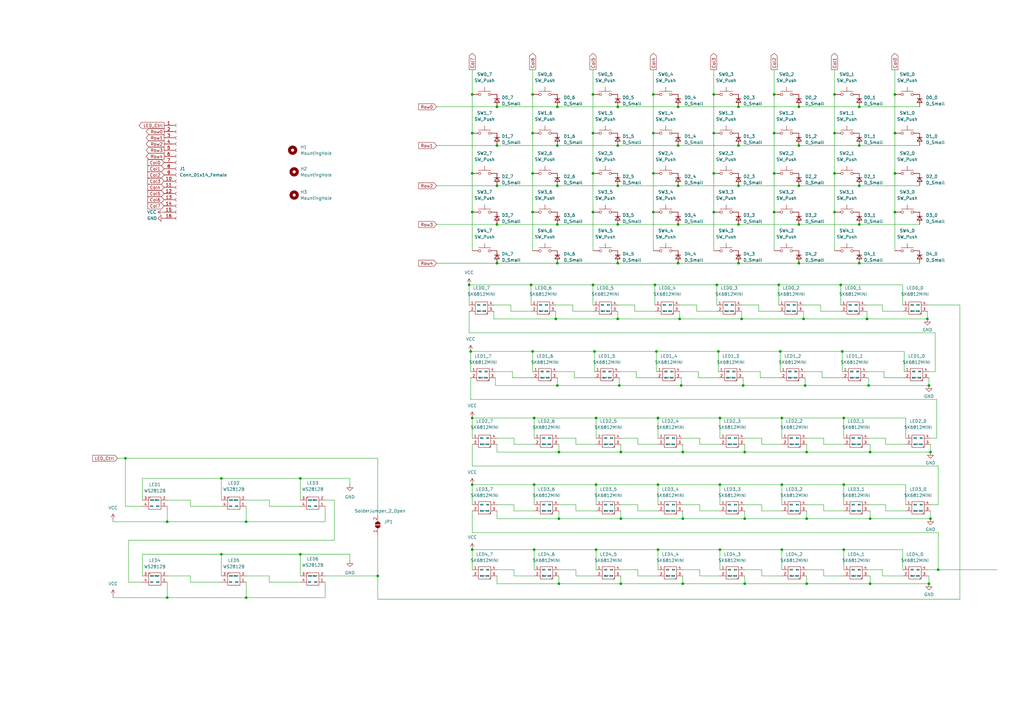
<source format=kicad_sch>
(kicad_sch (version 20231120) (generator "eeschema") (generator_version "8.0")
  (paper "A3")
  (junction (at 228.6 92.075))
  (junction (at 304.8 158.115))
  (junction (at 352.425 92.075))
  (junction (at 356.87 212.725))
  (junction (at 346.075 198.755))
  (junction (at 253.365 76.2))
  (junction (at 217.805 116.84))
  (junction (at 253.365 43.815))
  (junction (at 100.965 213.995))
  (junction (at 253.365 130.81))
  (junction (at 203.835 43.815))
  (junction (at 218.44 38.735))
  (junction (at 229.235 239.395))
  (junction (at 278.765 130.81))
  (junction (at 278.13 76.2))
  (junction (at 295.275 225.425))
  (junction (at 381.635 185.42))
  (junction (at 317.5 54.61))
  (junction (at 269.875 198.755))
  (junction (at 342.265 86.995))
  (junction (at 381 158.115))
  (junction (at 327.66 76.2))
  (junction (at 346.075 225.425))
  (junction (at 342.265 54.61))
  (junction (at 352.425 59.69))
  (junction (at 227.965 130.81))
  (junction (at 346.075 171.45))
  (junction (at 292.735 38.735))
  (junction (at 90.805 196.215))
  (junction (at 327.66 43.815))
  (junction (at 100.965 245.11))
  (junction (at 228.6 59.69))
  (junction (at 356.87 239.395))
  (junction (at 243.205 86.995))
  (junction (at 317.5 86.995))
  (junction (at 278.13 92.075))
  (junction (at 330.835 212.725))
  (junction (at 342.265 71.12))
  (junction (at 302.895 107.95))
  (junction (at 356.235 158.115))
  (junction (at 253.365 107.95))
  (junction (at 219.075 198.755))
  (junction (at 254.635 212.725))
  (junction (at 319.405 116.84))
  (junction (at 327.66 107.95))
  (junction (at 123.19 227.33))
  (junction (at 154.94 236.22))
  (junction (at 193.675 171.45))
  (junction (at 90.805 227.33))
  (junction (at 268.605 116.84))
  (junction (at 294.005 116.84))
  (junction (at 381.635 212.725))
  (junction (at 267.97 38.735))
  (junction (at 320.04 144.145))
  (junction (at 355.6 130.81))
  (junction (at 218.44 71.12))
  (junction (at 203.835 92.075))
  (junction (at 193.675 71.12))
  (junction (at 279.4 158.115))
  (junction (at 342.265 38.735))
  (junction (at 295.275 198.755))
  (junction (at 254.635 185.42))
  (junction (at 254 158.115))
  (junction (at 292.735 86.995))
  (junction (at 327.66 59.69))
  (junction (at 345.44 144.145))
  (junction (at 228.6 43.815))
  (junction (at 302.895 59.69))
  (junction (at 327.66 92.075))
  (junction (at 278.13 59.69))
  (junction (at 329.565 130.81))
  (junction (at 367.03 54.61))
  (junction (at 320.675 198.755))
  (junction (at 267.97 71.12))
  (junction (at 228.6 76.2))
  (junction (at 218.44 86.995))
  (junction (at 51.435 187.96))
  (junction (at 280.035 239.395))
  (junction (at 330.835 239.395))
  (junction (at 193.675 225.425))
  (junction (at 330.835 185.42))
  (junction (at 243.205 38.735))
  (junction (at 243.205 71.12))
  (junction (at 193.675 54.61))
  (junction (at 302.895 43.815))
  (junction (at 218.44 54.61))
  (junction (at 228.6 107.95))
  (junction (at 367.03 86.995))
  (junction (at 367.03 71.12))
  (junction (at 243.205 54.61))
  (junction (at 305.435 212.725))
  (junction (at 356.87 185.42))
  (junction (at 304.165 130.81))
  (junction (at 193.675 38.735))
  (junction (at 244.475 171.45))
  (junction (at 253.365 59.69))
  (junction (at 317.5 38.735))
  (junction (at 302.895 76.2))
  (junction (at 305.435 185.42))
  (junction (at 317.5 71.12))
  (junction (at 352.425 76.2))
  (junction (at 352.425 107.95))
  (junction (at 192.405 116.84))
  (junction (at 295.275 171.45))
  (junction (at 228.6 158.115))
  (junction (at 68.58 245.11))
  (junction (at 269.875 171.45))
  (junction (at 203.835 76.2))
  (junction (at 203.835 59.69))
  (junction (at 305.435 239.395))
  (junction (at 253.365 92.075))
  (junction (at 292.735 54.61))
  (junction (at 123.19 196.215))
  (junction (at 352.425 43.815))
  (junction (at 244.475 225.425))
  (junction (at 243.84 144.145))
  (junction (at 219.075 171.45))
  (junction (at 267.97 54.61))
  (junction (at 320.675 225.425))
  (junction (at 193.04 144.145))
  (junction (at 280.035 185.42))
  (junction (at 254.635 239.395))
  (junction (at 193.675 198.755))
  (junction (at 280.035 212.725))
  (junction (at 292.735 71.12))
  (junction (at 344.805 116.84))
  (junction (at 267.97 86.995))
  (junction (at 243.205 116.84))
  (junction (at 244.475 198.755))
  (junction (at 367.03 38.735))
  (junction (at 269.875 225.425))
  (junction (at 218.44 144.145))
  (junction (at 229.235 212.725))
  (junction (at 294.64 144.145))
  (junction (at 380.365 130.81))
  (junction (at 229.235 185.42))
  (junction (at 193.675 86.995))
  (junction (at 330.2 158.115))
  (junction (at 381 239.395))
  (junction (at 269.24 144.145))
  (junction (at 320.675 171.45))
  (junction (at 302.895 92.075))
  (junction (at 203.835 107.95))
  (junction (at 384.81 233.68))
  (junction (at 68.58 213.995))
  (junction (at 219.075 225.425))
  (junction (at 278.13 43.815))
  (junction (at 278.13 107.95))
  (wire (pts (xy 210.185 154.94) (xy 210.185 152.4)))
  (wire (pts (xy 46.355 244.475) (xy 46.355 245.11)))
  (wire (pts (xy 302.895 107.95) (xy 327.66 107.95)))
  (wire (pts (xy 352.425 92.075) (xy 377.19 92.075)))
  (wire (pts (xy 90.805 227.33) (xy 90.805 236.22)))
  (wire (pts (xy 203.835 107.95) (xy 228.6 107.95)))
  (wire (pts (xy 356.235 233.68) (xy 361.95 233.68)))
  (wire (pts (xy 356.87 236.22) (xy 356.87 239.395)))
  (wire (pts (xy 317.5 54.61) (xy 317.5 71.12)))
  (wire (pts (xy 381.635 209.55) (xy 381.635 212.725)))
  (wire (pts (xy 278.13 59.69) (xy 302.895 59.69)))
  (wire (pts (xy 267.97 28.575) (xy 267.97 38.735)))
  (wire (pts (xy 320.04 154.94) (xy 311.785 154.94)))
  (wire (pts (xy 363.22 209.55) (xy 363.22 207.01)))
  (wire (pts (xy 203.835 236.22) (xy 203.835 239.395)))
  (wire (pts (xy 193.675 233.68) (xy 193.675 225.425)))
  (wire (pts (xy 312.42 182.245) (xy 312.42 179.705)))
  (wire (pts (xy 312.42 209.55) (xy 312.42 207.01)))
  (wire (pts (xy 330.835 212.725) (xy 356.87 212.725)))
  (wire (pts (xy 317.5 71.12) (xy 317.5 86.995)))
  (wire (pts (xy 278.13 92.075) (xy 302.895 92.075)))
  (wire (pts (xy 356.235 182.245) (xy 356.87 182.245)))
  (wire (pts (xy 143.51 227.33) (xy 143.51 229.87)))
  (wire (pts (xy 193.675 38.735) (xy 193.675 54.61)))
  (wire (pts (xy 280.035 236.22) (xy 280.035 239.395)))
  (wire (pts (xy 193.675 71.12) (xy 193.675 86.995)))
  (wire (pts (xy 346.075 198.755) (xy 346.075 207.01)))
  (wire (pts (xy 269.875 171.45) (xy 295.275 171.45)))
  (wire (pts (xy 356.87 209.55) (xy 356.87 212.725)))
  (wire (pts (xy 361.95 233.68) (xy 361.95 236.22)))
  (wire (pts (xy 346.075 209.55) (xy 337.82 209.55)))
  (wire (pts (xy 269.875 209.55) (xy 261.62 209.55)))
  (wire (pts (xy 68.58 238.76) (xy 68.58 245.11)))
  (wire (pts (xy 344.805 116.84) (xy 344.805 125.095)))
  (wire (pts (xy 261.62 236.22) (xy 261.62 233.68)))
  (wire (pts (xy 363.22 207.01) (xy 356.235 207.01)))
  (wire (pts (xy 286.385 152.4) (xy 279.4 152.4)))
  (wire (pts (xy 295.275 198.755) (xy 320.675 198.755)))
  (wire (pts (xy 193.675 28.575) (xy 193.675 38.735)))
  (wire (pts (xy 179.07 43.815) (xy 203.835 43.815)))
  (wire (pts (xy 337.185 152.4) (xy 330.2 152.4)))
  (wire (pts (xy 219.075 225.425) (xy 244.475 225.425)))
  (wire (pts (xy 295.275 225.425) (xy 295.275 233.68)))
  (wire (pts (xy 123.19 196.215) (xy 143.51 196.215)))
  (wire (pts (xy 380.365 233.68) (xy 384.81 233.68)))
  (wire (pts (xy 346.075 182.245) (xy 337.82 182.245)))
  (wire (pts (xy 52.705 221.615) (xy 137.16 221.615)))
  (wire (pts (xy 381.635 179.705) (xy 384.175 179.705)))
  (wire (pts (xy 330.835 182.245) (xy 330.835 185.42)))
  (wire (pts (xy 363.22 179.705) (xy 356.235 179.705)))
  (wire (pts (xy 287.02 209.55) (xy 287.02 207.01)))
  (wire (pts (xy 228.6 43.815) (xy 253.365 43.815)))
  (wire (pts (xy 346.075 171.45) (xy 371.475 171.45)))
  (wire (pts (xy 219.075 207.01) (xy 219.075 198.755)))
  (wire (pts (xy 46.355 213.36) (xy 46.355 213.995)))
  (wire (pts (xy 319.405 127.635) (xy 311.15 127.635)))
  (wire (pts (xy 229.235 185.42) (xy 254.635 185.42)))
  (wire (pts (xy 267.97 38.735) (xy 267.97 54.61)))
  (wire (pts (xy 305.435 212.725) (xy 330.835 212.725)))
  (wire (pts (xy 209.55 127.635) (xy 209.55 125.095)))
  (wire (pts (xy 302.895 76.2) (xy 327.66 76.2)))
  (wire (pts (xy 362.585 152.4) (xy 355.6 152.4)))
  (wire (pts (xy 218.44 71.12) (xy 218.44 86.995)))
  (wire (pts (xy 210.82 236.22) (xy 210.82 233.68)))
  (wire (pts (xy 244.475 209.55) (xy 236.22 209.55)))
  (wire (pts (xy 100.965 238.76) (xy 100.965 245.11)))
  (wire (pts (xy 285.75 125.095) (xy 278.765 125.095)))
  (wire (pts (xy 371.475 171.45) (xy 371.475 179.705)))
  (wire (pts (xy 294.005 127.635) (xy 285.75 127.635)))
  (wire (pts (xy 254.635 236.22) (xy 254.635 239.395)))
  (wire (pts (xy 244.475 182.245) (xy 236.22 182.245)))
  (wire (pts (xy 295.275 225.425) (xy 320.675 225.425)))
  (wire (pts (xy 243.205 71.12) (xy 243.205 86.995)))
  (wire (pts (xy 243.84 152.4) (xy 243.84 144.145)))
  (wire (pts (xy 320.04 144.145) (xy 345.44 144.145)))
  (wire (pts (xy 269.875 198.755) (xy 295.275 198.755)))
  (wire (pts (xy 244.475 236.22) (xy 236.22 236.22)))
  (wire (pts (xy 154.94 236.22) (xy 154.94 245.745)))
  (wire (pts (xy 90.805 196.215) (xy 123.19 196.215)))
  (wire (pts (xy 370.205 225.425) (xy 370.205 233.68)))
  (wire (pts (xy 280.035 209.55) (xy 280.035 212.725)))
  (wire (pts (xy 210.82 179.705) (xy 203.835 179.705)))
  (wire (pts (xy 337.82 207.01) (xy 330.835 207.01)))
  (wire (pts (xy 287.02 233.68) (xy 280.035 233.68)))
  (wire (pts (xy 280.035 239.395) (xy 305.435 239.395)))
  (wire (pts (xy 267.97 71.12) (xy 267.97 86.995)))
  (wire (pts (xy 219.075 236.22) (xy 210.82 236.22)))
  (wire (pts (xy 210.82 209.55) (xy 210.82 207.01)))
  (wire (pts (xy 268.605 116.84) (xy 294.005 116.84)))
  (wire (pts (xy 260.35 127.635) (xy 260.35 125.095)))
  (wire (pts (xy 244.475 225.425) (xy 269.875 225.425)))
  (wire (pts (xy 352.425 59.69) (xy 377.19 59.69)))
  (wire (pts (xy 327.66 59.69) (xy 352.425 59.69)))
  (wire (pts (xy 78.105 236.22) (xy 78.105 238.76)))
  (wire (pts (xy 219.075 171.45) (xy 244.475 171.45)))
  (wire (pts (xy 355.6 130.81) (xy 380.365 130.81)))
  (wire (pts (xy 327.66 76.2) (xy 352.425 76.2)))
  (wire (pts (xy 352.425 43.815) (xy 377.19 43.815)))
  (wire (pts (xy 269.875 225.425) (xy 295.275 225.425)))
  (wire (pts (xy 320.675 225.425) (xy 346.075 225.425)))
  (wire (pts (xy 203.835 43.815) (xy 228.6 43.815)))
  (wire (pts (xy 279.4 154.94) (xy 279.4 158.115)))
  (wire (pts (xy 287.02 179.705) (xy 280.035 179.705)))
  (wire (pts (xy 193.675 86.995) (xy 193.675 102.87)))
  (wire (pts (xy 110.49 205.105) (xy 110.49 207.645)))
  (wire (pts (xy 381.635 207.01) (xy 384.81 207.01)))
  (wire (pts (xy 361.95 127.635) (xy 361.95 125.095)))
  (wire (pts (xy 355.6 127.635) (xy 355.6 130.81)))
  (wire (pts (xy 278.13 43.815) (xy 302.895 43.815)))
  (wire (pts (xy 352.425 107.95) (xy 377.19 107.95)))
  (wire (pts (xy 312.42 233.68) (xy 305.435 233.68)))
  (wire (pts (xy 304.165 130.81) (xy 329.565 130.81)))
  (wire (pts (xy 342.265 54.61) (xy 342.265 71.12)))
  (wire (pts (xy 123.19 227.33) (xy 143.51 227.33)))
  (wire (pts (xy 110.49 207.645) (xy 123.19 207.645)))
  (wire (pts (xy 244.475 198.755) (xy 269.875 198.755)))
  (wire (pts (xy 384.81 207.01) (xy 384.81 191.135)))
  (wire (pts (xy 58.42 196.215) (xy 90.805 196.215)))
  (wire (pts (xy 100.965 245.11) (xy 133.35 245.11)))
  (wire (pts (xy 380.365 125.095) (xy 393.7 125.095)))
  (wire (pts (xy 229.235 182.245) (xy 229.235 185.42)))
  (wire (pts (xy 269.24 144.145) (xy 294.64 144.145)))
  (wire (pts (xy 342.265 28.575) (xy 342.265 38.735)))
  (wire (pts (xy 133.35 236.22) (xy 154.94 236.22)))
  (wire (pts (xy 210.185 152.4) (xy 203.2 152.4)))
  (wire (pts (xy 319.405 116.84) (xy 319.405 125.095)))
  (wire (pts (xy 295.275 209.55) (xy 287.02 209.55)))
  (wire (pts (xy 254.635 209.55) (xy 254.635 212.725)))
  (wire (pts (xy 269.875 236.22) (xy 261.62 236.22)))
  (wire (pts (xy 58.42 227.33) (xy 90.805 227.33)))
  (wire (pts (xy 268.605 127.635) (xy 260.35 127.635)))
  (wire (pts (xy 193.675 179.705) (xy 193.675 171.45)))
  (wire (pts (xy 267.97 86.995) (xy 267.97 102.87)))
  (wire (pts (xy 287.02 236.22) (xy 287.02 233.68)))
  (wire (pts (xy 311.15 127.635) (xy 311.15 125.095)))
  (wire (pts (xy 228.6 154.94) (xy 228.6 158.115)))
  (wire (pts (xy 346.075 225.425) (xy 370.205 225.425)))
  (wire (pts (xy 78.105 205.105) (xy 78.105 207.645)))
  (wire (pts (xy 90.805 227.33) (xy 123.19 227.33)))
  (wire (pts (xy 203.835 182.245) (xy 203.835 185.42)))
  (wire (pts (xy 203.835 59.69) (xy 228.6 59.69)))
  (wire (pts (xy 243.84 144.145) (xy 269.24 144.145)))
  (wire (pts (xy 294.64 144.145) (xy 294.64 152.4)))
  (wire (pts (xy 203.2 154.94) (xy 203.2 158.115)))
  (wire (pts (xy 219.075 182.245) (xy 210.82 182.245)))
  (wire (pts (xy 380.365 127.635) (xy 380.365 130.81)))
  (wire (pts (xy 260.985 152.4) (xy 254 152.4)))
  (wire (pts (xy 253.365 107.95) (xy 278.13 107.95)))
  (wire (pts (xy 346.075 171.45) (xy 346.075 179.705)))
  (wire (pts (xy 278.13 107.95) (xy 302.895 107.95)))
  (wire (pts (xy 236.22 236.22) (xy 236.22 233.68)))
  (wire (pts (xy 320.675 171.45) (xy 320.675 179.705)))
  (wire (pts (xy 228.6 76.2) (xy 253.365 76.2)))
  (wire (pts (xy 383.54 152.4) (xy 381 152.4)))
  (wire (pts (xy 260.35 125.095) (xy 253.365 125.095)))
  (wire (pts (xy 236.22 233.68) (xy 229.235 233.68)))
  (wire (pts (xy 295.275 182.245) (xy 287.02 182.245)))
  (wire (pts (xy 58.42 205.105) (xy 58.42 196.215)))
  (wire (pts (xy 52.705 238.76) (xy 58.42 238.76)))
  (wire (pts (xy 342.265 38.735) (xy 342.265 54.61)))
  (wire (pts (xy 192.405 116.84) (xy 217.805 116.84)))
  (wire (pts (xy 100.965 205.105) (xy 110.49 205.105)))
  (wire (pts (xy 219.075 198.755) (xy 244.475 198.755)))
  (wire (pts (xy 154.94 211.455) (xy 154.94 187.96)))
  (wire (pts (xy 393.7 125.095) (xy 393.7 245.745)))
  (wire (pts (xy 253.365 43.815) (xy 278.13 43.815)))
  (wire (pts (xy 294.64 144.145) (xy 320.04 144.145)))
  (wire (pts (xy 244.475 171.45) (xy 269.875 171.45)))
  (wire (pts (xy 304.8 154.94) (xy 304.8 158.115)))
  (wire (pts (xy 193.675 225.425) (xy 219.075 225.425)))
  (wire (pts (xy 327.66 92.075) (xy 352.425 92.075)))
  (wire (pts (xy 292.735 71.12) (xy 292.735 86.995)))
  (wire (pts (xy 217.805 127.635) (xy 209.55 127.635)))
  (wire (pts (xy 203.835 209.55) (xy 203.835 212.725)))
  (wire (pts (xy 337.82 182.245) (xy 337.82 179.705)))
  (wire (pts (xy 203.835 76.2) (xy 228.6 76.2)))
  (wire (pts (xy 367.03 38.735) (xy 367.03 54.61)))
  (wire (pts (xy 330.2 158.115) (xy 356.235 158.115)))
  (wire (pts (xy 235.585 154.94) (xy 235.585 152.4)))
  (wire (pts (xy 330.835 185.42) (xy 356.87 185.42)))
  (wire (pts (xy 217.805 125.095) (xy 217.805 116.84)))
  (wire (pts (xy 51.435 207.645) (xy 58.42 207.645)))
  (wire (pts (xy 179.07 92.075) (xy 203.835 92.075)))
  (wire (pts (xy 355.6 154.94) (xy 356.235 154.94)))
  (wire (pts (xy 243.205 54.61) (xy 243.205 71.12)))
  (wire (pts (xy 227.965 130.81) (xy 253.365 130.81)))
  (wire (pts (xy 218.44 54.61) (xy 218.44 71.12)))
  (wire (pts (xy 219.075 179.705) (xy 219.075 171.45)))
  (wire (pts (xy 193.675 209.55) (xy 193.675 218.44)))
  (wire (pts (xy 203.835 92.075) (xy 228.6 92.075)))
  (wire (pts (xy 253.365 92.075) (xy 278.13 92.075)))
  (wire (pts (xy 261.62 207.01) (xy 254.635 207.01)))
  (wire (pts (xy 218.44 86.995) (xy 218.44 102.87)))
  (wire (pts (xy 302.895 43.815) (xy 327.66 43.815)))
  (wire (pts (xy 384.81 233.68) (xy 408.94 233.68)))
  (wire (pts (xy 287.02 207.01) (xy 280.035 207.01)))
  (wire (pts (xy 137.16 205.105) (xy 137.16 221.615)))
  (wire (pts (xy 311.15 125.095) (xy 304.165 125.095)))
  (wire (pts (xy 305.435 236.22) (xy 305.435 239.395)))
  (wire (pts (xy 210.82 207.01) (xy 203.835 207.01)))
  (wire (pts (xy 193.04 144.145) (xy 218.44 144.145)))
  (wire (pts (xy 319.405 116.84) (xy 344.805 116.84)))
  (wire (pts (xy 320.675 171.45) (xy 346.075 171.45)))
  (wire (pts (xy 192.405 136.525) (xy 383.54 136.525)))
  (wire (pts (xy 311.785 154.94) (xy 311.785 152.4)))
  (wire (pts (xy 327.66 43.815) (xy 352.425 43.815)))
  (wire (pts (xy 218.44 144.145) (xy 243.84 144.145)))
  (wire (pts (xy 292.735 86.995) (xy 292.735 102.87)))
  (wire (pts (xy 345.44 144.145) (xy 345.44 152.4)))
  (wire (pts (xy 305.435 209.55) (xy 305.435 212.725)))
  (wire (pts (xy 193.04 152.4) (xy 193.04 144.145)))
  (wire (pts (xy 244.475 233.68) (xy 244.475 225.425)))
  (wire (pts (xy 269.24 144.145) (xy 269.24 152.4)))
  (wire (pts (xy 193.04 154.94) (xy 193.04 163.83)))
  (wire (pts (xy 370.84 144.145) (xy 370.84 152.4)))
  (wire (pts (xy 294.005 116.84) (xy 294.005 125.095)))
  (wire (pts (xy 210.82 182.245) (xy 210.82 179.705)))
  (wire (pts (xy 133.35 205.105) (xy 137.16 205.105)))
  (wire (pts (xy 356.235 209.55) (xy 356.87 209.55)))
  (wire (pts (xy 312.42 236.22) (xy 312.42 233.68)))
  (wire (pts (xy 123.19 227.33) (xy 123.19 236.22)))
  (wire (pts (xy 68.58 207.645) (xy 68.58 213.995)))
  (wire (pts (xy 254.635 212.725) (xy 280.035 212.725)))
  (wire (pts (xy 100.965 207.645) (xy 100.965 213.995)))
  (wire (pts (xy 285.75 127.635) (xy 285.75 125.095)))
  (wire (pts (xy 286.385 154.94) (xy 286.385 152.4)))
  (wire (pts (xy 193.675 207.01) (xy 193.675 198.755)))
  (wire (pts (xy 203.2 158.115) (xy 228.6 158.115)))
  (wire (pts (xy 344.805 116.84) (xy 370.205 116.84)))
  (wire (pts (xy 279.4 158.115) (xy 304.8 158.115)))
  (wire (pts (xy 337.82 209.55) (xy 337.82 207.01)))
  (wire (pts (xy 143.51 196.215) (xy 143.51 198.755)))
  (wire (pts (xy 337.82 179.705) (xy 330.835 179.705)))
  (wire (pts (xy 370.205 127.635) (xy 361.95 127.635)))
  (wire (pts (xy 383.54 136.525) (xy 383.54 152.4)))
  (wire (pts (xy 243.205 127.635) (xy 234.95 127.635)))
  (wire (pts (xy 203.835 185.42) (xy 229.235 185.42)))
  (wire (pts (xy 320.04 144.145) (xy 320.04 152.4)))
  (wire (pts (xy 261.62 179.705) (xy 254.635 179.705)))
  (wire (pts (xy 133.35 207.645) (xy 133.35 213.995)))
  (wire (pts (xy 287.02 182.245) (xy 287.02 179.705)))
  (wire (pts (xy 193.675 218.44) (xy 384.81 218.44)))
  (wire (pts (xy 58.42 236.22) (xy 58.42 227.33)))
  (wire (pts (xy 294.64 154.94) (xy 286.385 154.94)))
  (wire (pts (xy 229.235 212.725) (xy 254.635 212.725)))
  (wire (pts (xy 370.205 236.22) (xy 361.95 236.22)))
  (wire (pts (xy 193.675 182.245) (xy 193.675 191.135)))
  (wire (pts (xy 254 154.94) (xy 254 158.115)))
  (wire (pts (xy 193.675 171.45) (xy 219.075 171.45)))
  (wire (pts (xy 202.565 127.635) (xy 202.565 130.81)))
  (wire (pts (xy 384.81 233.68) (xy 384.81 218.44)))
  (wire (pts (xy 329.565 127.635) (xy 329.565 130.81)))
  (wire (pts (xy 261.62 209.55) (xy 261.62 207.01)))
  (wire (pts (xy 380.365 236.22) (xy 381 236.22)))
  (wire (pts (xy 363.22 182.245) (xy 363.22 179.705)))
  (wire (pts (xy 269.875 182.245) (xy 261.62 182.245)))
  (wire (pts (xy 346.075 236.22) (xy 337.82 236.22)))
  (wire (pts (xy 329.565 130.81) (xy 355.6 130.81)))
  (wire (pts (xy 228.6 107.95) (xy 253.365 107.95)))
  (wire (pts (xy 253.365 76.2) (xy 278.13 76.2)))
  (wire (pts (xy 236.22 179.705) (xy 229.235 179.705)))
  (wire (pts (xy 254.635 239.395) (xy 280.035 239.395)))
  (wire (pts (xy 228.6 158.115) (xy 254 158.115)))
  (wire (pts (xy 243.205 28.575) (xy 243.205 38.735)))
  (wire (pts (xy 154.94 219.075) (xy 154.94 236.22)))
  (wire (pts (xy 330.835 236.22) (xy 330.835 239.395)))
  (wire (pts (xy 336.55 125.095) (xy 329.565 125.095)))
  (wire (pts (xy 304.165 127.635) (xy 304.165 130.81)))
  (wire (pts (xy 110.49 238.76) (xy 123.19 238.76)))
  (wire (pts (xy 356.87 239.395) (xy 381 239.395)))
  (wire (pts (xy 346.075 225.425) (xy 346.075 233.68)))
  (wire (pts (xy 305.435 182.245) (xy 305.435 185.42)))
  (wire (pts (xy 295.275 198.755) (xy 295.275 207.01)))
  (wire (pts (xy 261.62 233.68) (xy 254.635 233.68)))
  (wire (pts (xy 254.635 185.42) (xy 280.035 185.42)))
  (wire (pts (xy 320.675 209.55) (xy 312.42 209.55)))
  (wire (pts (xy 320.675 236.22) (xy 312.42 236.22)))
  (wire (pts (xy 317.5 38.735) (xy 317.5 54.61)))
  (wire (pts (xy 218.44 38.735) (xy 218.44 54.61)))
  (wire (pts (xy 384.175 163.83) (xy 384.175 179.705)))
  (wire (pts (xy 219.075 209.55) (xy 210.82 209.55)))
  (wire (pts (xy 327.66 107.95) (xy 352.425 107.95)))
  (wire (pts (xy 330.835 239.395) (xy 356.87 239.395)))
  (wire (pts (xy 381 236.22) (xy 381 239.395)))
  (wire (pts (xy 311.785 152.4) (xy 304.8 152.4)))
  (wire (pts (xy 320.675 182.245) (xy 312.42 182.245)))
  (wire (pts (xy 236.22 182.245) (xy 236.22 179.705)))
  (wire (pts (xy 193.675 191.135) (xy 384.81 191.135)))
  (wire (pts (xy 227.965 127.635) (xy 227.965 130.81)))
  (wire (pts (xy 218.44 154.94) (xy 210.185 154.94)))
  (wire (pts (xy 48.26 187.96) (xy 51.435 187.96)))
  (wire (pts (xy 267.97 54.61) (xy 267.97 71.12)))
  (wire (pts (xy 268.605 116.84) (xy 268.605 125.095)))
  (wire (pts (xy 302.895 59.69) (xy 327.66 59.69)))
  (wire (pts (xy 330.2 154.94) (xy 330.2 158.115)))
  (wire (pts (xy 292.735 54.61) (xy 292.735 71.12)))
  (wire (pts (xy 346.075 198.755) (xy 371.475 198.755)))
  (wire (pts (xy 330.835 209.55) (xy 330.835 212.725)))
  (wire (pts (xy 68.58 236.22) (xy 78.105 236.22)))
  (wire (pts (xy 203.835 212.725) (xy 229.235 212.725)))
  (wire (pts (xy 381 154.94) (xy 381 158.115)))
  (wire (pts (xy 320.675 198.755) (xy 320.675 207.01)))
  (wire (pts (xy 154.94 187.96) (xy 51.435 187.96)))
  (wire (pts (xy 356.235 236.22) (xy 356.87 236.22)))
  (wire (pts (xy 370.84 154.94) (xy 362.585 154.94)))
  (wire (pts (xy 354.965 127.635) (xy 355.6 127.635)))
  (wire (pts (xy 280.035 212.725) (xy 305.435 212.725)))
  (wire (pts (xy 362.585 154.94) (xy 362.585 152.4)))
  (wire (pts (xy 235.585 152.4) (xy 228.6 152.4)))
  (wire (pts (xy 254.635 182.245) (xy 254.635 185.42)))
  (wire (pts (xy 46.355 245.11) (xy 68.58 245.11)))
  (wire (pts (xy 192.405 127.635) (xy 192.405 136.525)))
  (wire (pts (xy 345.44 154.94) (xy 337.185 154.94)))
  (wire (pts (xy 269.875 198.755) (xy 269.875 207.01)))
  (wire (pts (xy 243.84 154.94) (xy 235.585 154.94)))
  (wire (pts (xy 229.235 239.395) (xy 254.635 239.395)))
  (wire (pts (xy 345.44 144.145) (xy 370.84 144.145)))
  (wire (pts (xy 179.07 76.2) (xy 203.835 76.2)))
  (wire (pts (xy 356.235 154.94) (xy 356.235 158.115)))
  (wire (pts (xy 193.04 163.83) (xy 384.175 163.83)))
  (wire (pts (xy 192.405 125.095) (xy 192.405 116.84)))
  (wire (pts (xy 295.275 236.22) (xy 287.02 236.22)))
  (wire (pts (xy 337.185 154.94) (xy 337.185 152.4)))
  (wire (pts (xy 367.03 28.575) (xy 367.03 38.735)))
  (wire (pts (xy 253.365 130.81) (xy 278.765 130.81)))
  (wire (pts (xy 228.6 92.075) (xy 253.365 92.075)))
  (wire (pts (xy 305.435 239.395) (xy 330.835 239.395)))
  (wire (pts (xy 261.62 182.245) (xy 261.62 179.705)))
  (wire (pts (xy 68.58 205.105) (xy 78.105 205.105)))
  (wire (pts (xy 317.5 28.575) (xy 317.5 38.735)))
  (wire (pts (xy 100.965 236.22) (xy 110.49 236.22)))
  (wire (pts (xy 371.475 182.245) (xy 363.22 182.245)))
  (wire (pts (xy 110.49 236.22) (xy 110.49 238.76)))
  (wire (pts (xy 243.205 116.84) (xy 268.605 116.84)))
  (wire (pts (xy 68.58 213.995) (xy 100.965 213.995)))
  (wire (pts (xy 78.105 238.76) (xy 90.805 238.76)))
  (wire (pts (xy 320.675 225.425) (xy 320.675 233.68)))
  (wire (pts (xy 294.005 116.84) (xy 319.405 116.84)))
  (wire (pts (xy 236.22 209.55) (xy 236.22 207.01)))
  (wire (pts (xy 51.435 187.96) (xy 51.435 207.645)))
  (wire (pts (xy 229.235 209.55) (xy 229.235 212.725)))
  (wire (pts (xy 133.35 238.76) (xy 133.35 245.11)))
  (wire (pts (xy 269.875 171.45) (xy 269.875 179.705)))
  (wire (pts (xy 209.55 125.095) (xy 202.565 125.095)))
  (wire (pts (xy 280.035 182.245) (xy 280.035 185.42)))
  (wire (pts (xy 302.895 92.075) (xy 327.66 92.075)))
  (wire (pts (xy 337.82 236.22) (xy 337.82 233.68)))
  (wire (pts (xy 46.355 213.995) (xy 68.58 213.995)))
  (wire (pts (xy 123.19 196.215) (xy 123.19 205.105)))
  (wire (pts (xy 100.965 213.995) (xy 133.35 213.995)))
  (wire (pts (xy 356.87 212.725) (xy 381.635 212.725)))
  (wire (pts (xy 234.95 127.635) (xy 234.95 125.095)))
  (wire (pts (xy 218.44 28.575) (xy 218.44 38.735)))
  (wire (pts (xy 244.475 207.01) (xy 244.475 198.755)))
  (wire (pts (xy 312.42 179.705) (xy 305.435 179.705)))
  (wire (pts (xy 243.205 38.735) (xy 243.205 54.61)))
  (wire (pts (xy 254 158.115) (xy 279.4 158.115)))
  (wire (pts (xy 217.805 116.84) (xy 243.205 116.84)))
  (wire (pts (xy 352.425 76.2) (xy 377.19 76.2)))
  (wire (pts (xy 344.805 127.635) (xy 336.55 127.635)))
  (wire (pts (xy 295.275 171.45) (xy 295.275 179.705)))
  (wire (pts (xy 371.475 198.755) (xy 371.475 207.01)))
  (wire (pts (xy 244.475 179.705) (xy 244.475 171.45)))
  (wire (pts (xy 292.735 28.575) (xy 292.735 38.735)))
  (wire (pts (xy 370.205 116.84) (xy 370.205 125.095)))
  (wire (pts (xy 193.675 54.61) (xy 193.675 71.12)))
  (wire (pts (xy 243.205 125.095) (xy 243.205 116.84)))
  (wire (pts (xy 367.03 86.995) (xy 367.03 102.87)))
  (wire (pts (xy 278.765 130.81) (xy 304.165 130.81)))
  (wire (pts (xy 336.55 127.635) (xy 336.55 125.095)))
  (wire (pts (xy 356.87 182.245) (xy 356.87 185.42)))
  (wire (pts (xy 337.82 233.68) (xy 330.835 233.68)))
  (wire (pts (xy 356.235 158.115) (xy 381 158.115)))
  (wire (pts (xy 179.07 59.69) (xy 203.835 59.69)))
  (wire (pts (xy 278.13 76.2) (xy 302.895 76.2)))
  (wire (pts (xy 210.82 233.68) (xy 203.835 233.68)))
  (wire (pts (xy 68.58 245.11) (xy 100.965 245.11)))
  (wire (pts (xy 371.475 209.55) (xy 363.22 209.55)))
  (wire (pts (xy 342.265 86.995) (xy 342.265 102.87)))
  (wire (pts (xy 317.5 86.995) (xy 317.5 102.87)))
  (wire (pts (xy 193.675 198.755) (xy 219.075 198.755)))
  (wire (pts (xy 320.675 198.755) (xy 346.075 198.755)))
  (wire (pts (xy 179.07 107.95) (xy 203.835 107.95)))
  (wire (pts (xy 292.735 38.735) (xy 292.735 54.61)))
  (wire (pts (xy 203.835 239.395) (xy 229.235 239.395)))
  (wire (pts (xy 367.03 71.12) (xy 367.03 86.995)))
  (wire (pts (xy 228.6 59.69) (xy 253.365 59.69)))
  (wire (pts (xy 78.105 207.645) (xy 90.805 207.645)))
  (wire (pts (xy 260.985 154.94) (xy 260.985 152.4)))
  (wire (pts (xy 219.075 233.68) (xy 219.075 225.425)))
  (wire (pts (xy 234.95 125.095) (xy 227.965 125.095)))
  (wire (pts (xy 312.42 207.01) (xy 305.435 207.01)))
  (wire (pts (xy 381.635 182.245) (xy 381.635 185.42)))
  (wire (pts (xy 236.22 207.01) (xy 229.235 207.01)))
  (wire (pts (xy 253.365 127.635) (xy 253.365 130.81)))
  (wire (pts (xy 52.705 221.615) (xy 52.705 238.76)))
  (wire (pts (xy 280.035 185.42) (xy 305.435 185.42)))
  (wire (pts (xy 243.205 86.995) (xy 243.205 102.87)))
  (wire (pts (xy 154.94 245.745) (xy 393.7 245.745)))
  (wire (pts (xy 253.365 59.69) (xy 278.13 59.69)))
  (wire (pts (xy 218.44 152.4) (xy 218.44 144.145)))
  (wire (pts (xy 229.235 236.22) (xy 229.235 239.395)))
  (wire (pts (xy 278.765 127.635) (xy 278.765 130.81)))
  (wire (pts (xy 361.95 125.095) (xy 354.965 125.095)))
  (wire (pts (xy 367.03 54.61) (xy 367.03 71.12)))
  (wire (pts (xy 342.265 71.12) (xy 342.265 86.995)))
  (wire (pts (xy 202.565 130.81) (xy 227.965 130.81)))
  (wire (pts (xy 304.8 158.115) (xy 330.2 158.115)))
  (wire (pts (xy 269.875 225.425) (xy 269.875 233.68)))
  (wire (pts (xy 295.275 171.45) (xy 320.675 171.45)))
  (wire (pts (xy 305.435 185.42) (xy 330.835 185.42)))
  (wire (pts (xy 356.87 185.42) (xy 381.635 185.42)))
  (wire (pts (xy 90.805 196.215) (xy 90.805 205.105)))
  (wire (pts (xy 269.24 154.94) (xy 260.985 154.94)))
  (global_label "Row3" (shape output) (at 67.31 61.595 180) (property "Intersheetrefs" "${INTERSHEET_REFS}" (effects (hide yes))))
  (global_label "Col0" (shape output) (at 367.03 28.575 90) (property "Intersheetrefs" "${INTERSHEET_REFS}" (effects (hide yes))))
  (global_label "Row0" (shape output) (at 67.31 53.975 180) (property "Intersheetrefs" "${INTERSHEET_REFS}" (effects (hide yes))))
  (global_label "Col4" (shape input) (at 67.31 76.835 180) (property "Intersheetrefs" "${INTERSHEET_REFS}" (effects (hide yes))))
  (global_label "Col1" (shape input) (at 67.31 69.215 180) (property "Intersheetrefs" "${INTERSHEET_REFS}" (effects (hide yes))))
  (global_label "Col7" (shape input) (at 67.31 84.455 180) (property "Intersheetrefs" "${INTERSHEET_REFS}" (effects (hide yes))))
  (global_label "Row4" (shape output) (at 67.31 64.135 180) (property "Intersheetrefs" "${INTERSHEET_REFS}" (effects (hide yes))))
  (global_label "LED_Ctrl" (shape input) (at 48.26 187.96 180) (property "Intersheetrefs" "${INTERSHEET_REFS}" (effects (hide yes))))
  (global_label "Col2" (shape input) (at 67.31 71.755 180) (property "Intersheetrefs" "${INTERSHEET_REFS}" (effects (hide yes))))
  (global_label "Row0" (shape input) (at 179.07 43.815 180) (property "Intersheetrefs" "${INTERSHEET_REFS}" (effects (hide yes))))
  (global_label "Row1" (shape input) (at 179.07 59.69 180) (property "Intersheetrefs" "${INTERSHEET_REFS}" (effects (hide yes))))
  (global_label "Row4" (shape input) (at 179.07 107.95 180) (property "Intersheetrefs" "${INTERSHEET_REFS}" (effects (hide yes))))
  (global_label "Col2" (shape output) (at 317.5 28.575 90) (property "Intersheetrefs" "${INTERSHEET_REFS}" (effects (hide yes))))
  (global_label "Col7" (shape output) (at 193.675 28.575 90) (property "Intersheetrefs" "${INTERSHEET_REFS}" (effects (hide yes))))
  (global_label "Row1" (shape output) (at 67.31 56.515 180) (property "Intersheetrefs" "${INTERSHEET_REFS}" (effects (hide yes))))
  (global_label "Col6" (shape input) (at 67.31 81.915 180) (property "Intersheetrefs" "${INTERSHEET_REFS}" (effects (hide yes))))
  (global_label "Row2" (shape output) (at 67.31 59.055 180) (property "Intersheetrefs" "${INTERSHEET_REFS}" (effects (hide yes))))
  (global_label "Col6" (shape output) (at 218.44 28.575 90) (property "Intersheetrefs" "${INTERSHEET_REFS}" (effects (hide yes))))
  (global_label "Row3" (shape input) (at 179.07 92.075 180) (property "Intersheetrefs" "${INTERSHEET_REFS}" (effects (hide yes))))
  (global_label "Col3" (shape input) (at 67.31 74.295 180) (property "Intersheetrefs" "${INTERSHEET_REFS}" (effects (hide yes))))
  (global_label "Col5" (shape output) (at 243.205 28.575 90) (property "Intersheetrefs" "${INTERSHEET_REFS}" (effects (hide yes))))
  (global_label "Row2" (shape input) (at 179.07 76.2 180) (property "Intersheetrefs" "${INTERSHEET_REFS}" (effects (hide yes))))
  (global_label "Col5" (shape input) (at 67.31 79.375 180) (property "Intersheetrefs" "${INTERSHEET_REFS}" (effects (hide yes))))
  (global_label "LED_Ctrl" (shape output) (at 67.31 51.435 180) (property "Intersheetrefs" "${INTERSHEET_REFS}" (effects (hide yes))))
  (global_label "Col3" (shape output) (at 292.735 28.575 90) (property "Intersheetrefs" "${INTERSHEET_REFS}" (effects (hide yes))))
  (global_label "Col4" (shape output) (at 267.97 28.575 90) (property "Intersheetrefs" "${INTERSHEET_REFS}" (effects (hide yes))))
  (global_label "Col0" (shape input) (at 67.31 66.675 180) (property "Intersheetrefs" "${INTERSHEET_REFS}" (effects (hide yes))))
  (global_label "Col1" (shape output) (at 342.265 28.575 90) (property "Intersheetrefs" "${INTERSHEET_REFS}" (effects (hide yes))))
  (symbol (lib_id "Keyboard_Components:RGB_LED") (at 223.52 153.67 180) (unit 1)
    (property "Reference" "LED1_6" (at 223.52 146.05 0))
    (property "Value" "SK6812MINI" (at 223.52 148.59 0))
    (property "Footprint" "Keyboard_Components:SK6812MiniE_MX_Addon_singlesided" (effects (hide yes)))
    (property "Datasheet" "https://cdn-shop.adafruit.com/product-files/2686/SK6812MINI_REV.01-1-2.pdf" (effects (hide yes)))
  )
  (symbol (lib_id "Switch:SW_Push") (at 273.05 71.12 0) (unit 1)
    (property "Reference" "SW2_4" (at 273.05 62.865 0))
    (property "Value" "SW_Push" (at 273.05 65.405 0))
    (property "Footprint" "Switch_Footprints:MX_lss_100U" (effects (hide yes)))
  )
  (symbol (lib_id "Switch:SW_Push") (at 297.815 71.12 0) (unit 1)
    (property "Reference" "SW2_3" (at 297.815 62.865 0))
    (property "Value" "SW_Push" (at 297.815 65.405 0))
    (property "Footprint" "Switch_Footprints:MX_lss_100U" (effects (hide yes)))
  )
  (symbol (lib_id "Switch:SW_Push") (at 322.58 102.87 0) (unit 1)
    (property "Reference" "SW4_2" (at 322.58 94.615 0))
    (property "Value" "SW_Push" (at 322.58 97.155 0))
    (property "Footprint" "Switch_Footprints:MX_lss_100U" (effects (hide yes)))
  )
  (symbol (lib_id "Device:D_Small") (at 278.13 105.41 270) (unit 1)
    (property "Reference" "D4_4" (at 280.67 104.1399 90) (effects (justify left)))
    (property "Value" "D_Small" (at 280.67 106.6799 90) (effects (justify left)))
    (property "Footprint" "Keyboard_Components:Diode_SMD_Round_Pads" (effects (hide yes)))
  )
  (symbol (lib_id "Switch:SW_Push") (at 198.755 86.995 0) (unit 1)
    (property "Reference" "SW3_7" (at 198.755 78.74 0))
    (property "Value" "SW_Push" (at 198.755 81.28 0))
    (property "Footprint" "Switch_Footprints:MX_lss_100U" (effects (hide yes)))
  )
  (symbol (lib_id "Mechanical:MountingHole") (at 120.65 80.01 0) (unit 1)
    (property "Reference" "H3" (at 123.19 78.7399 0) (effects (justify left)))
    (property "Value" "MountingHole" (at 123.19 81.2799 0) (effects (justify left)))
    (property "Footprint" "MountingHole:MountingHole_2.2mm_M2_Pad" (effects (hide yes)))
  )
  (symbol (lib_id "Keyboard_Components:RGB_LED") (at 224.155 208.28 180) (unit 1)
    (property "Reference" "LED3_6" (at 224.155 200.66 0))
    (property "Value" "SK6812MINI" (at 224.155 203.2 0))
    (property "Footprint" "Keyboard_Components:SK6812MiniE_MX_Addon_singlesided" (effects (hide yes)))
    (property "Datasheet" "https://cdn-shop.adafruit.com/product-files/2686/SK6812MINI_REV.01-1-2.pdf" (effects (hide yes)))
  )
  (symbol (lib_id "Keyboard_Components:RGB_LED") (at 300.355 180.975 180) (unit 1)
    (property "Reference" "LED2_3" (at 300.355 172.72 0))
    (property "Value" "SK6812MINI" (at 300.355 175.26 0))
    (property "Footprint" "Keyboard_Components:SK6812MiniE_MX_Addon_singlesided" (effects (hide yes)))
    (property "Datasheet" "https://cdn-shop.adafruit.com/product-files/2686/SK6812MINI_REV.01-1-2.pdf" (effects (hide yes)))
  )
  (symbol (lib_id "Switch:SW_Push") (at 223.52 86.995 0) (unit 1)
    (property "Reference" "SW3_6" (at 223.52 78.74 0))
    (property "Value" "SW_Push" (at 223.52 81.28 0))
    (property "Footprint" "Switch_Footprints:MX_lss_100U" (effects (hide yes)))
  )
  (symbol (lib_id "Keyboard_Components:RGB_LED") (at 95.885 206.375 0) (unit 1)
    (property "Reference" "LED2" (at 95.885 198.12 0))
    (property "Value" "WS2812B" (at 95.885 200.66 0))
    (property "Footprint" "Keyboard_Components:WS2812B" (effects (hide yes)))
    (property "Datasheet" "https://cdn-shop.adafruit.com/datasheets/WS2812B.pdf" (effects (hide yes)))
  )
  (symbol (lib_id "Keyboard_Components:RGB_LED") (at 324.485 126.365 180) (unit 1)
    (property "Reference" "LED0_2" (at 324.485 118.11 0))
    (property "Value" "SK6812MINI" (at 324.485 120.65 0))
    (property "Footprint" "Keyboard_Components:SK6812MiniE_MX_Addon_singlesided" (effects (hide yes)))
    (property "Datasheet" "https://cdn-shop.adafruit.com/product-files/2686/SK6812MINI_REV.01-1-2.pdf" (effects (hide yes)))
  )
  (symbol (lib_id "Keyboard_Components:RGB_LED") (at 224.155 234.95 180) (unit 1)
    (property "Reference" "LED4_6" (at 224.155 227.33 0))
    (property "Value" "SK6812MINI" (at 224.155 229.87 0))
    (property "Footprint" "Keyboard_Components:SK6812MiniE_MX_Addon_singlesided" (effects (hide yes)))
    (property "Datasheet" "https://cdn-shop.adafruit.com/product-files/2686/SK6812MINI_REV.01-1-2.pdf" (effects (hide yes)))
  )
  (symbol (lib_id "power:VCC") (at 46.355 244.475 0) (unit 1)
    (property "Reference" "#PWR012" (effects (hide yes)))
    (property "Value" "VCC" (at 46.355 239.395 0))
  )
  (symbol (lib_id "Switch:SW_Push") (at 322.58 38.735 0) (unit 1)
    (property "Reference" "SW0_2" (at 322.58 30.48 0))
    (property "Value" "SW_Push" (at 322.58 33.02 0))
    (property "Footprint" "Switch_Footprints:MX_lss_100U" (effects (hide yes)))
  )
  (symbol (lib_id "Switch:SW_Push") (at 223.52 54.61 0) (unit 1)
    (property "Reference" "SW1_6" (at 223.52 46.355 0))
    (property "Value" "SW_Push" (at 223.52 48.895 0))
    (property "Footprint" "Switch_Footprints:MX_lss_100U" (effects (hide yes)))
  )
  (symbol (lib_id "Keyboard_Components:RGB_LED") (at 63.5 237.49 0) (unit 1)
    (property "Reference" "LED4" (at 63.5 229.87 0))
    (property "Value" "WS2812B" (at 63.5 232.41 0))
    (property "Footprint" "Keyboard_Components:WS2812B" (effects (hide yes)))
    (property "Datasheet" "https://cdn-shop.adafruit.com/datasheets/WS2812B.pdf" (effects (hide yes)))
  )
  (symbol (lib_id "Switch:SW_Push") (at 322.58 86.995 0) (unit 1)
    (property "Reference" "SW3_2" (at 322.58 78.74 0))
    (property "Value" "SW_Push" (at 322.58 81.28 0))
    (property "Footprint" "Switch_Footprints:MX_lss_175U" (effects (hide yes)))
  )
  (symbol (lib_id "Switch:SW_Push") (at 347.345 54.61 0) (unit 1)
    (property "Reference" "SW1_1" (at 347.345 46.355 0))
    (property "Value" "SW_Push" (at 347.345 48.895 0))
    (property "Footprint" "Switch_Footprints:MX_lss_ISO_StWE" (effects (hide yes)))
  )
  (symbol (lib_id "Device:D_Small") (at 302.895 73.66 270) (unit 1)
    (property "Reference" "D2_3" (at 304.8 72.3899 90) (effects (justify left)))
    (property "Value" "D_Small" (at 304.8 74.9299 90) (effects (justify left)))
    (property "Footprint" "Keyboard_Components:Diode_SMD_Round_Pads" (effects (hide yes)))
  )
  (symbol (lib_id "Device:D_Small") (at 377.19 105.41 270) (unit 1)
    (property "Reference" "D4_0" (at 379.73 104.1399 90) (effects (justify left)))
    (property "Value" "D_Small" (at 379.73 106.6799 90) (effects (justify left)))
    (property "Footprint" "Keyboard_Components:Diode_SMD_Round_Pads" (effects (hide yes)))
  )
  (symbol (lib_id "power:VCC") (at 192.405 116.84 0) (unit 1)
    (property "Reference" "#PWR01" (effects (hide yes)))
    (property "Value" "VCC" (at 192.405 111.76 0))
  )
  (symbol (lib_id "power:GND") (at 381.635 185.42 0) (unit 1)
    (property "Reference" "#PWR09" (effects (hide yes)))
    (property "Value" "GND" (at 381.635 189.865 0))
  )
  (symbol (lib_id "Keyboard_Components:RGB_LED") (at 376.555 180.975 180) (unit 1)
    (property "Reference" "LED2_0" (at 376.555 172.72 0))
    (property "Value" "SK6812MINI" (at 376.555 175.26 0))
    (property "Footprint" "Keyboard_Components:SK6812MiniE_MX_Addon_singlesided" (effects (hide yes)))
    (property "Datasheet" "https://cdn-shop.adafruit.com/product-files/2686/SK6812MINI_REV.01-1-2.pdf" (effects (hide yes)))
  )
  (symbol (lib_id "Switch:SW_Push") (at 198.755 71.12 0) (unit 1)
    (property "Reference" "SW2_7" (at 198.755 62.865 0))
    (property "Value" "SW_Push" (at 198.755 65.405 0))
    (property "Footprint" "Switch_Footprints:MX_lss_100U" (effects (hide yes)))
  )
  (symbol (lib_id "Device:D_Small") (at 302.895 57.15 270) (unit 1)
    (property "Reference" "D1_3" (at 304.8 55.8799 90) (effects (justify left)))
    (property "Value" "D_Small" (at 304.8 58.4199 90) (effects (justify left)))
    (property "Footprint" "Keyboard_Components:Diode_SMD_Round_Pads" (effects (hide yes)))
  )
  (symbol (lib_id "Switch:SW_Push") (at 248.285 102.87 0) (unit 1)
    (property "Reference" "SW4_5" (at 248.285 94.615 0))
    (property "Value" "SW_Push" (at 248.285 97.155 0))
    (property "Footprint" "Switch_Footprints:MX_lss_225U_StWN" (effects (hide yes)))
  )
  (symbol (lib_id "Switch:SW_Push") (at 372.11 71.12 0) (unit 1)
    (property "Reference" "SW2_0" (at 372.11 62.865 0))
    (property "Value" "SW_Push" (at 372.11 65.405 0))
    (property "Footprint" "Switch_Footprints:MX_lss_100U" (effects (hide yes)))
  )
  (symbol (lib_id "Keyboard_Components:RGB_LED") (at 128.27 206.375 0) (unit 1)
    (property "Reference" "LED3" (at 128.27 198.12 0))
    (property "Value" "WS2812B" (at 128.27 200.66 0))
    (property "Footprint" "Keyboard_Components:WS2812B" (effects (hide yes)))
    (property "Datasheet" "https://cdn-shop.adafruit.com/datasheets/WS2812B.pdf" (effects (hide yes)))
  )
  (symbol (lib_id "Keyboard_Components:RGB_LED") (at 376.555 208.28 180) (unit 1)
    (property "Reference" "LED3_0" (at 376.555 200.66 0))
    (property "Value" "SK6812MINI" (at 376.555 203.2 0))
    (property "Footprint" "Keyboard_Components:SK6812MiniE_MX_Addon_singlesided" (effects (hide yes)))
    (property "Datasheet" "https://cdn-shop.adafruit.com/product-files/2686/SK6812MINI_REV.01-1-2.pdf" (effects (hide yes)))
  )
  (symbol (lib_id "Keyboard_Components:RGB_LED") (at 198.755 180.975 180) (unit 1)
    (property "Reference" "LED2_7" (at 198.755 172.72 0))
    (property "Value" "SK6812MINI" (at 198.755 175.26 0))
    (property "Footprint" "Keyboard_Components:SK6812MiniE_MX_Addon_singlesided" (effects (hide yes)))
    (property "Datasheet" "https://cdn-shop.adafruit.com/product-files/2686/SK6812MINI_REV.01-1-2.pdf" (effects (hide yes)))
  )
  (symbol (lib_id "Keyboard_Components:RGB_LED") (at 300.355 208.28 180) (unit 1)
    (property "Reference" "LED3_3" (at 300.355 200.66 0))
    (property "Value" "SK6812MINI" (at 300.355 203.2 0))
    (property "Footprint" "Keyboard_Components:SK6812MiniE_MX_Addon_singlesided" (effects (hide yes)))
    (property "Datasheet" "https://cdn-shop.adafruit.com/product-files/2686/SK6812MINI_REV.01-1-2.pdf" (effects (hide yes)))
  )
  (symbol (lib_id "Keyboard_Components:RGB_LED") (at 95.885 237.49 0) (unit 1)
    (property "Reference" "LED5" (at 95.885 229.87 0))
    (property "Value" "WS2812B" (at 95.885 232.41 0))
    (property "Footprint" "Keyboard_Components:WS2812B" (effects (hide yes)))
    (property "Datasheet" "https://cdn-shop.adafruit.com/datasheets/WS2812B.pdf" (effects (hide yes)))
  )
  (symbol (lib_id "Keyboard_Components:RGB_LED") (at 198.755 208.28 180) (unit 1)
    (property "Reference" "LED3_7" (at 198.755 200.66 0))
    (property "Value" "SK6812MINI" (at 198.755 203.2 0))
    (property "Footprint" "Keyboard_Components:SK6812MiniE_MX_Addon_singlesided" (effects (hide yes)))
    (property "Datasheet" "https://cdn-shop.adafruit.com/product-files/2686/SK6812MINI_REV.01-1-2.pdf" (effects (hide yes)))
  )
  (symbol (lib_id "Keyboard_Components:RGB_LED") (at 375.285 234.95 180) (unit 1)
    (property "Reference" "LED4_0" (at 375.285 227.33 0))
    (property "Value" "SK6812MINI" (at 375.285 229.87 0))
    (property "Footprint" "Keyboard_Components:SK6812MiniE_MX_Addon_singlesided" (effects (hide yes)))
    (property "Datasheet" "https://cdn-shop.adafruit.com/product-files/2686/SK6812MINI_REV.01-1-2.pdf" (effects (hide yes)))
  )
  (symbol (lib_id "Keyboard_Components:RGB_LED") (at 299.085 126.365 180) (unit 1)
    (property "Reference" "LED0_3" (at 299.085 118.11 0))
    (property "Value" "SK6812MINI" (at 299.085 120.65 0))
    (property "Footprint" "Keyboard_Components:SK6812MiniE_MX_Addon_singlesided" (effects (hide yes)))
    (property "Datasheet" "https://cdn-shop.adafruit.com/product-files/2686/SK6812MINI_REV.01-1-2.pdf" (effects (hide yes)))
  )
  (symbol (lib_id "Switch:SW_Push") (at 347.345 71.12 0) (unit 1)
    (property "Reference" "SW2_1" (at 347.345 62.865 0))
    (property "Value" "SW_Push" (at 347.345 65.405 0))
    (property "Footprint" "Switch_Footprints:MX_lss_100U" (effects (hide yes)))
  )
  (symbol (lib_id "Keyboard_Components:RGB_LED") (at 249.555 180.975 180) (unit 1)
    (property "Reference" "LED2_5" (at 249.555 172.72 0))
    (property "Value" "SK6812MINI" (at 249.555 175.26 0))
    (property "Footprint" "Keyboard_Components:SK6812MiniE_MX_Addon_singlesided" (effects (hide yes)))
    (property "Datasheet" "https://cdn-shop.adafruit.com/product-files/2686/SK6812MINI_REV.01-1-2.pdf" (effects (hide yes)))
  )
  (symbol (lib_id "Switch:SW_Push") (at 248.285 71.12 0) (unit 1)
    (property "Reference" "SW2_5" (at 248.285 62.865 0))
    (property "Value" "SW_Push" (at 248.285 65.405 0))
    (property "Footprint" "Switch_Footprints:MX_lss_100U" (effects (hide yes)))
  )
  (symbol (lib_id "Switch:SW_Push") (at 347.345 86.995 0) (unit 1)
    (property "Reference" "SW3_1" (at 347.345 78.74 0))
    (property "Value" "SW_Push" (at 347.345 81.28 0))
    (property "Footprint" "Switch_Footprints:MX_lss_100U" (effects (hide yes)))
  )
  (symbol (lib_id "Device:D_Small") (at 253.365 73.66 270) (unit 1)
    (property "Reference" "D2_5" (at 255.27 72.3899 90) (effects (justify left)))
    (property "Value" "D_Small" (at 255.27 74.9299 90) (effects (justify left)))
    (property "Footprint" "Keyboard_Components:Diode_SMD_Round_Pads" (effects (hide yes)))
  )
  (symbol (lib_id "Keyboard_Components:RGB_LED") (at 325.755 180.975 180) (unit 1)
    (property "Reference" "LED2_2" (at 325.755 172.72 0))
    (property "Value" "SK6812MINI" (at 325.755 175.26 0))
    (property "Footprint" "Keyboard_Components:SK6812MiniE_MX_Addon_singlesided" (effects (hide yes)))
    (property "Datasheet" "https://cdn-shop.adafruit.com/product-files/2686/SK6812MINI_REV.01-1-2.pdf" (effects (hide yes)))
  )
  (symbol (lib_id "Switch:SW_Push") (at 223.52 38.735 0) (unit 1)
    (property "Reference" "SW0_6" (at 223.52 30.48 0))
    (property "Value" "SW_Push" (at 223.52 33.02 0))
    (property "Footprint" "Switch_Footprints:MX_lss_100U" (effects (hide yes)))
  )
  (symbol (lib_id "Switch:SW_Push") (at 322.58 71.12 0) (unit 1)
    (property "Reference" "SW2_2" (at 322.58 62.865 0))
    (property "Value" "SW_Push" (at 322.58 65.405 0))
    (property "Footprint" "Switch_Footprints:MX_lss_100U" (effects (hide yes)))
  )
  (symbol (lib_id "Keyboard_Components:RGB_LED") (at 248.92 153.67 180) (unit 1)
    (property "Reference" "LED1_5" (at 248.92 146.05 0))
    (property "Value" "SK6812MINI" (at 248.92 148.59 0))
    (property "Footprint" "Keyboard_Components:SK6812MiniE_MX_Addon_singlesided" (effects (hide yes)))
    (property "Datasheet" "https://cdn-shop.adafruit.com/product-files/2686/SK6812MINI_REV.01-1-2.pdf" (effects (hide yes)))
  )
  (symbol (lib_id "Device:D_Small") (at 377.19 89.535 270) (unit 1)
    (property "Reference" "D3_0" (at 379.73 88.2649 90) (effects (justify left)))
    (property "Value" "D_Small" (at 379.73 90.8049 90) (effects (justify left)))
    (property "Footprint" "Keyboard_Components:Diode_SMD_Round_Pads" (effects (hide yes)))
  )
  (symbol (lib_id "Keyboard_Components:RGB_LED") (at 274.955 234.95 180) (unit 1)
    (property "Reference" "LED4_4" (at 274.955 227.33 0))
    (property "Value" "SK6812MINI" (at 274.955 229.87 0))
    (property "Footprint" "Keyboard_Components:SK6812MiniE_MX_Addon_singlesided" (effects (hide yes)))
    (property "Datasheet" "https://cdn-shop.adafruit.com/product-files/2686/SK6812MINI_REV.01-1-2.pdf" (effects (hide yes)))
  )
  (symbol (lib_id "Mechanical:MountingHole") (at 120.015 61.595 0) (unit 1)
    (property "Reference" "H1" (at 123.19 60.3249 0) (effects (justify left)))
    (property "Value" "MountingHole" (at 123.19 62.8649 0) (effects (justify left)))
    (property "Footprint" "MountingHole:MountingHole_2.2mm_M2_Pad" (effects (hide yes)))
  )
  (symbol (lib_id "Keyboard_Components:RGB_LED") (at 350.52 153.67 180) (unit 1)
    (property "Reference" "LED1_1" (at 350.52 146.05 0))
    (property "Value" "SK6812MINI" (at 350.52 148.59 0))
    (property "Footprint" "Keyboard_Components:SK6812MiniE_MX_Addon_singlesided" (effects (hide yes)))
    (property "Datasheet" "https://cdn-shop.adafruit.com/product-files/2686/SK6812MINI_REV.01-1-2.pdf" (effects (hide yes)))
  )
  (symbol (lib_id "Jumper:SolderJumper_2_Open") (at 154.94 215.265 90) (unit 1)
    (property "Reference" "JP1" (at 157.48 213.9949 90) (effects (justify right)))
    (property "Value" "SolderJumper_2_Open" (at 145.415 209.55 90) (effects (justify right)))
    (property "Footprint" "Jumper:SolderJumper-2_P1.3mm_Open_RoundedPad1.0x1.5mm" (effects (hide yes)))
  )
  (symbol (lib_id "Device:D_Small") (at 278.13 41.275 270) (unit 1)
    (property "Reference" "D0_4" (at 280.67 40.0049 90) (effects (justify left)))
    (property "Value" "D_Small" (at 280.67 42.5449 90) (effects (justify left)))
    (property "Footprint" "Keyboard_Components:Diode_SMD_Round_Pads" (effects (hide yes)))
  )
  (symbol (lib_id "Keyboard_Components:RGB_LED") (at 273.685 126.365 180) (unit 1)
    (property "Reference" "LED0_4" (at 273.685 118.11 0))
    (property "Value" "SK6812MINI" (at 273.685 120.65 0))
    (property "Footprint" "Keyboard_Components:SK6812MiniE_MX_Addon_singlesided" (effects (hide yes)))
    (property "Datasheet" "https://cdn-shop.adafruit.com/product-files/2686/SK6812MINI_REV.01-1-2.pdf" (effects (hide yes)))
  )
  (symbol (lib_id "Device:D_Small") (at 327.66 41.275 270) (unit 1)
    (property "Reference" "D0_2" (at 330.2 40.0049 90) (effects (justify left)))
    (property "Value" "D_Small" (at 330.2 42.5449 90) (effects (justify left)))
    (property "Footprint" "Keyboard_Components:Diode_SMD_Round_Pads" (effects (hide yes)))
  )
  (symbol (lib_id "Device:D_Small") (at 203.835 73.66 270) (unit 1)
    (property "Reference" "D2_7" (at 205.74 72.3899 90) (effects (justify left)))
    (property "Value" "D_Small" (at 205.74 74.9299 90) (effects (justify left)))
    (property "Footprint" "Keyboard_Components:Diode_SMD_Round_Pads" (effects (hide yes)))
  )
  (symbol (lib_id "Keyboard_Components:RGB_LED") (at 249.555 234.95 180) (unit 1)
    (property "Reference" "LED4_5" (at 249.555 227.33 0))
    (property "Value" "SK6812MINI" (at 249.555 229.87 0))
    (property "Footprint" "Keyboard_Components:SK6812MiniE_MX_Addon_singlesided" (effects (hide yes)))
    (property "Datasheet" "https://cdn-shop.adafruit.com/product-files/2686/SK6812MINI_REV.01-1-2.pdf" (effects (hide yes)))
  )
  (symbol (lib_id "Mechanical:MountingHole") (at 120.65 70.485 0) (unit 1)
    (property "Reference" "H2" (at 123.19 69.2149 0) (effects (justify left)))
    (property "Value" "MountingHole" (at 123.19 71.7549 0) (effects (justify left)))
    (property "Footprint" "MountingHole:MountingHole_2.2mm_M2_Pad" (effects (hide yes)))
  )
  (symbol (lib_id "Switch:SW_Push") (at 273.05 54.61 0) (unit 1)
    (property "Reference" "SW1_4" (at 273.05 46.355 0))
    (property "Value" "SW_Push" (at 273.05 48.895 0))
    (property "Footprint" "Switch_Footprints:MX_lss_100U" (effects (hide yes)))
  )
  (symbol (lib_id "Keyboard_Components:RGB_LED") (at 248.285 126.365 180) (unit 1)
    (property "Reference" "LED0_5" (at 248.285 118.11 0))
    (property "Value" "SK6812MINI" (at 248.285 120.65 0))
    (property "Footprint" "Keyboard_Components:SK6812MiniE_MX_Addon_singlesided" (effects (hide yes)))
    (property "Datasheet" "https://cdn-shop.adafruit.com/product-files/2686/SK6812MINI_REV.01-1-2.pdf" (effects (hide yes)))
  )
  (symbol (lib_id "Keyboard_Components:RGB_LED") (at 198.755 234.95 180) (unit 1)
    (property "Reference" "LED4_7" (at 198.755 227.33 0))
    (property "Value" "SK6812MINI" (at 198.755 229.87 0))
    (property "Footprint" "Keyboard_Components:SK6812MiniE_MX_Addon_singlesided" (effects (hide yes)))
    (property "Datasheet" "https://cdn-shop.adafruit.com/product-files/2686/SK6812MINI_REV.01-1-2.pdf" (effects (hide yes)))
  )
  (symbol (lib_id "power:GND") (at 143.51 229.87 0) (unit 1)
    (property "Reference" "#PWR014" (effects (hide yes)))
    (property "Value" "GND" (at 143.51 234.95 0))
  )
  (symbol (lib_id "Keyboard_Components:RGB_LED") (at 351.155 208.28 180) (unit 1)
    (property "Reference" "LED3_1" (at 351.155 200.66 0))
    (property "Value" "SK6812MINI" (at 351.155 203.2 0))
    (property "Footprint" "Keyboard_Components:SK6812MiniE_MX_Addon_singlesided" (effects (hide yes)))
    (property "Datasheet" "https://cdn-shop.adafruit.com/product-files/2686/SK6812MINI_REV.01-1-2.pdf" (effects (hide yes)))
  )
  (symbol (lib_id "power:GND") (at 381 239.395 0) (unit 1)
    (property "Reference" "#PWR06" (effects (hide yes)))
    (property "Value" "GND" (at 381 243.84 0))
  )
  (symbol (lib_id "Device:D_Small") (at 278.13 89.535 270) (unit 1)
    (property "Reference" "D3_4" (at 280.67 88.2649 90) (effects (justify left)))
    (property "Value" "D_Small" (at 280.67 90.8049 90) (effects (justify left)))
    (property "Footprint" "Keyboard_Components:Diode_SMD_Round_Pads" (effects (hide yes)))
  )
  (symbol (lib_id "Switch:SW_Push") (at 297.815 86.995 0) (unit 1)
    (property "Reference" "SW3_3" (at 297.815 78.74 0))
    (property "Value" "SW_Push" (at 297.815 81.28 0))
    (property "Footprint" "Switch_Footprints:MX_lss_100U" (effects (hide yes)))
  )
  (symbol (lib_id "power:VCC") (at 193.675 198.755 0) (unit 1)
    (property "Reference" "#PWR04" (effects (hide yes)))
    (property "Value" "VCC" (at 193.675 193.675 0))
  )
  (symbol (lib_id "Keyboard_Components:RGB_LED") (at 325.755 208.28 180) (unit 1)
    (property "Reference" "LED3_2" (at 325.755 200.66 0))
    (property "Value" "SK6812MINI" (at 325.755 203.2 0))
    (property "Footprint" "Keyboard_Components:SK6812MiniE_MX_Addon_singlesided" (effects (hide yes)))
    (property "Datasheet" "https://cdn-shop.adafruit.com/product-files/2686/SK6812MINI_REV.01-1-2.pdf" (effects (hide yes)))
  )
  (symbol (lib_id "Connector:Conn_01x16_Female") (at 72.39 69.215 0) (unit 1)
    (property "Reference" "J1" (at 73.66 69.2149 0) (effects (justify left)))
    (property "Value" "Conn_01x14_Female" (at 73.66 71.7549 0) (effects (justify left)))
    (property "Footprint" "Connector_PinHeader_2.54mm:PinHeader_1x16_P2.54mm_Vertical" (effects (hide yes)))
  )
  (symbol (lib_id "Switch:SW_Push") (at 198.755 38.735 0) (unit 1)
    (property "Reference" "SW0_7" (at 198.755 30.48 0))
    (property "Value" "SW_Push" (at 198.755 33.02 0))
    (property "Footprint" "Switch_Footprints:MX_lss_100U" (effects (hide yes)))
  )
  (symbol (lib_id "Switch:SW_Push") (at 347.345 38.735 0) (unit 1)
    (property "Reference" "SW0_1" (at 347.345 30.48 0))
    (property "Value" "SW_Push" (at 347.345 33.02 0))
    (property "Footprint" "Switch_Footprints:MX_lss_200U_StWS" (effects (hide yes)))
  )
  (symbol (lib_id "Device:D_Small") (at 228.6 105.41 270) (unit 1)
    (property "Reference" "D4_6" (at 231.14 104.1399 90) (effects (justify left)))
    (property "Value" "D_Small" (at 231.14 106.6799 90) (effects (justify left)))
    (property "Footprint" "Keyboard_Components:Diode_SMD_Round_Pads" (effects (hide yes)))
  )
  (symbol (lib_id "Device:D_Small") (at 377.19 41.275 270) (unit 1)
    (property "Reference" "D0_0" (at 379.73 40.0049 90) (effects (justify left)))
    (property "Value" "D_Small" (at 379.73 42.5449 90) (effects (justify left)))
    (property "Footprint" "Keyboard_Components:Diode_SMD_Round_Pads" (effects (hide yes)))
  )
  (symbol (lib_id "Device:D_Small") (at 352.425 105.41 270) (unit 1)
    (property "Reference" "D4_1" (at 354.33 104.1399 90) (effects (justify left)))
    (property "Value" "D_Small" (at 354.33 106.6799 90) (effects (justify left)))
    (property "Footprint" "Keyboard_Components:Diode_SMD_Round_Pads" (effects (hide yes)))
  )
  (symbol (lib_id "Device:D_Small") (at 327.66 73.66 270) (unit 1)
    (property "Reference" "D2_2" (at 330.2 72.3899 90) (effects (justify left)))
    (property "Value" "D_Small" (at 330.2 74.9299 90) (effects (justify left)))
    (property "Footprint" "Keyboard_Components:Diode_SMD_Round_Pads" (effects (hide yes)))
  )
  (symbol (lib_id "power:VCC") (at 46.355 213.36 0) (unit 1)
    (property "Reference" "#PWR011" (effects (hide yes)))
    (property "Value" "VCC" (at 46.355 208.28 0))
  )
  (symbol (lib_id "Keyboard_Components:RGB_LED") (at 299.72 153.67 180) (unit 1)
    (property "Reference" "LED1_3" (at 299.72 146.05 0))
    (property "Value" "SK6812MINI" (at 299.72 148.59 0))
    (property "Footprint" "Keyboard_Components:SK6812MiniE_MX_Addon_singlesided" (effects (hide yes)))
    (property "Datasheet" "https://cdn-shop.adafruit.com/product-files/2686/SK6812MINI_REV.01-1-2.pdf" (effects (hide yes)))
  )
  (symbol (lib_id "Device:D_Small") (at 352.425 57.15 270) (unit 1)
    (property "Reference" "D1_1" (at 354.33 55.8799 90) (effects (justify left)))
    (property "Value" "D_Small" (at 354.33 58.4199 90) (effects (justify left)))
    (property "Footprint" "Keyboard_Components:Diode_SMD_Round_Pads" (effects (hide yes)))
  )
  (symbol (lib_id "Device:D_Small") (at 203.835 41.275 270) (unit 1)
    (property "Reference" "D0_7" (at 205.74 40.0049 90) (effects (justify left)))
    (property "Value" "D_Small" (at 205.74 42.5449 90) (effects (justify left)))
    (property "Footprint" "Keyboard_Components:Diode_SMD_Round_Pads" (effects (hide yes)))
  )
  (symbol (lib_id "Device:D_Small") (at 278.13 73.66 270) (unit 1)
    (property "Reference" "D2_4" (at 280.67 72.3899 90) (effects (justify left)))
    (property "Value" "D_Small" (at 280.67 74.9299 90) (effects (justify left)))
    (property "Footprint" "Keyboard_Components:Diode_SMD_Round_Pads" (effects (hide yes)))
  )
  (symbol (lib_id "Switch:SW_Push") (at 223.52 102.87 0) (unit 1)
    (property "Reference" "SW4_6" (at 223.52 94.615 0))
    (property "Value" "SW_Push" (at 223.52 97.155 0))
    (property "Footprint" "Switch_Footprints:MX_lss_125U" (effects (hide yes)))
  )
  (symbol (lib_id "Keyboard_Components:RGB_LED") (at 325.755 234.95 180) (unit 1)
    (property "Reference" "LED4_2" (at 325.755 227.33 0))
    (property "Value" "SK6812MINI" (at 325.755 229.87 0))
    (property "Footprint" "Keyboard_Components:SK6812MiniE_MX_Addon_singlesided" (effects (hide yes)))
    (property "Datasheet" "https://cdn-shop.adafruit.com/product-files/2686/SK6812MINI_REV.01-1-2.pdf" (effects (hide yes)))
  )
  (symbol (lib_id "Keyboard_Components:RGB_LED") (at 351.155 180.975 180) (unit 1)
    (property "Reference" "LED2_1" (at 351.155 172.72 0))
    (property "Value" "SK6812MINI" (at 351.155 175.26 0))
    (property "Footprint" "Keyboard_Components:SK6812MiniE_MX_Addon_singlesided" (effects (hide yes)))
    (property "Datasheet" "https://cdn-shop.adafruit.com/product-files/2686/SK6812MINI_REV.01-1-2.pdf" (effects (hide yes)))
  )
  (symbol (lib_id "Switch:SW_Push") (at 322.58 54.61 0) (unit 1)
    (property "Reference" "SW1_2" (at 322.58 46.355 0))
    (property "Value" "SW_Push" (at 322.58 48.895 0))
    (property "Footprint" "Switch_Footprints:MX_lss_100U" (effects (hide yes)))
  )
  (symbol (lib_id "Device:D_Small") (at 253.365 105.41 270) (unit 1)
    (property "Reference" "D4_5" (at 255.27 104.1399 90) (effects (justify left)))
    (property "Value" "D_Small" (at 255.27 106.6799 90) (effects (justify left)))
    (property "Footprint" "Keyboard_Components:Diode_SMD_Round_Pads" (effects (hide yes)))
  )
  (symbol (lib_id "power:GND") (at 143.51 198.755 0) (unit 1)
    (property "Reference" "#PWR013" (effects (hide yes)))
    (property "Value" "GND" (at 143.51 203.835 0))
  )
  (symbol (lib_id "Keyboard_Components:RGB_LED") (at 274.955 180.975 180) (unit 1)
    (property "Reference" "LED2_4" (at 274.955 172.72 0))
    (property "Value" "SK6812MINI" (at 274.955 175.26 0))
    (property "Footprint" "Keyboard_Components:SK6812MiniE_MX_Addon_singlesided" (effects (hide yes)))
    (property "Datasheet" "https://cdn-shop.adafruit.com/product-files/2686/SK6812MINI_REV.01-1-2.pdf" (effects (hide yes)))
  )
  (symbol (lib_id "Switch:SW_Push") (at 297.815 38.735 0) (unit 1)
    (property "Reference" "SW0_3" (at 297.815 30.48 0))
    (property "Value" "SW_Push" (at 297.815 33.02 0))
    (property "Footprint" "Switch_Footprints:MX_lss_100U" (effects (hide yes)))
  )
  (symbol (lib_id "Switch:SW_Push") (at 297.815 54.61 0) (unit 1)
    (property "Reference" "SW1_3" (at 297.815 46.355 0))
    (property "Value" "SW_Push" (at 297.815 48.895 0))
    (property "Footprint" "Switch_Footprints:MX_lss_100U" (effects (hide yes)))
  )
  (symbol (lib_id "Switch:SW_Push") (at 372.11 102.87 0) (unit 1)
    (property "Reference" "SW4_0" (at 372.11 94.615 0))
    (property "Value" "SW_Push" (at 372.11 97.155 0))
    (property "Footprint" "Switch_Footprints:MX_lss_100U" (effects (hide yes)))
  )
  (symbol (lib_id "Keyboard_Components:RGB_LED") (at 351.155 234.95 180) (unit 1)
    (property "Reference" "LED4_1" (at 351.155 227.33 0))
    (property "Value" "SK6812MINI" (at 351.155 229.87 0))
    (property "Footprint" "Keyboard_Components:SK6812MiniE_MX_Addon_singlesided" (effects (hide yes)))
    (property "Datasheet" "https://cdn-shop.adafruit.com/product-files/2686/SK6812MINI_REV.01-1-2.pdf" (effects (hide yes)))
  )
  (symbol (lib_id "power:GND") (at 380.365 130.81 0) (unit 1)
    (property "Reference" "#PWR07" (effects (hide yes)))
    (property "Value" "GND" (at 380.365 135.255 0))
  )
  (symbol (lib_id "Switch:SW_Push") (at 347.345 102.87 0) (unit 1)
    (property "Reference" "SW4_1" (at 347.345 94.615 0))
    (property "Value" "SW_Push" (at 347.345 97.155 0))
    (property "Footprint" "Switch_Footprints:MX_lss_100U" (effects (hide yes)))
  )
  (symbol (lib_id "Switch:SW_Push") (at 198.755 54.61 0) (unit 1)
    (property "Reference" "SW1_7" (at 198.755 46.355 0))
    (property "Value" "SW_Push" (at 198.755 48.895 0))
    (property "Footprint" "Switch_Footprints:MX_lss_100U" (effects (hide yes)))
  )
  (symbol (lib_id "Keyboard_Components:RGB_LED") (at 128.27 237.49 0) (unit 1)
    (property "Reference" "LED6" (at 128.27 229.235 0))
    (property "Value" "WS2812B" (at 128.27 231.775 0))
    (property "Footprint" "Keyboard_Components:WS2812B" (effects (hide yes)))
    (property "Datasheet" "https://cdn-shop.adafruit.com/datasheets/WS2812B.pdf" (effects (hide yes)))
  )
  (symbol (lib_id "Device:D_Small") (at 352.425 41.275 270) (unit 1)
    (property "Reference" "D0_1" (at 354.33 40.0049 90) (effects (justify left)))
    (property "Value" "D_Small" (at 354.33 42.5449 90) (effects (justify left)))
    (property "Footprint" "Keyboard_Components:Diode_SMD_Round_Pads" (effects (hide yes)))
  )
  (symbol (lib_id "Keyboard_Components:RGB_LED") (at 198.12 153.67 180) (unit 1)
    (property "Reference" "LED1_7" (at 198.12 146.05 0))
    (property "Value" "SK6812MINI" (at 198.12 148.59 0))
    (property "Footprint" "Keyboard_Components:SK6812MiniE_MX_Addon_singlesided" (effects (hide yes)))
    (property "Datasheet" "https://cdn-shop.adafruit.com/product-files/2686/SK6812MINI_REV.01-1-2.pdf" (effects (hide yes)))
  )
  (symbol (lib_id "Device:D_Small") (at 253.365 41.275 270) (unit 1)
    (property "Reference" "D0_5" (at 255.27 40.0049 90) (effects (justify left)))
    (property "Value" "D_Small" (at 255.27 42.5449 90) (effects (justify left)))
    (property "Footprint" "Keyboard_Components:Diode_SMD_Round_Pads" (effects (hide yes)))
  )
  (symbol (lib_id "power:VCC") (at 193.04 144.145 0) (unit 1)
    (property "Reference" "#PWR02" (effects (hide yes)))
    (property "Value" "VCC" (at 193.04 139.065 0))
  )
  (symbol (lib_id "power:GND") (at 381 158.115 0) (unit 1)
    (property "Reference" "#PWR08" (effects (hide yes)))
    (property "Value" "GND" (at 381 162.56 0))
  )
  (symbol (lib_id "Switch:SW_Push") (at 372.11 54.61 0) (unit 1)
    (property "Reference" "SW1_0" (at 372.11 46.355 0))
    (property "Value" "SW_Push" (at 372.11 48.895 0))
    (property "Footprint" "Switch_Footprints:MX_lss_100U" (effects (hide yes)))
  )
  (symbol (lib_id "Device:D_Small") (at 352.425 89.535 270) (unit 1)
    (property "Reference" "D3_1" (at 354.33 88.2649 90) (effects (justify left)))
    (property "Value" "D_Small" (at 354.33 90.8049 90) (effects (justify left)))
    (property "Footprint" "Keyboard_Components:Diode_SMD_Round_Pads" (effects (hide yes)))
  )
  (symbol (lib_id "Switch:SW_Push") (at 273.05 86.995 0) (unit 1)
    (property "Reference" "SW3_4" (at 273.05 78.74 0))
    (property "Value" "SW_Push" (at 273.05 81.28 0))
    (property "Footprint" "Switch_Footprints:MX_lss_100U" (effects (hide yes)))
  )
  (symbol (lib_id "Keyboard_Components:RGB_LED") (at 249.555 208.28 180) (unit 1)
    (property "Reference" "LED3_5" (at 249.555 200.66 0))
    (property "Value" "SK6812MINI" (at 249.555 203.2 0))
    (property "Footprint" "Keyboard_Components:SK6812MiniE_MX_Addon_singlesided" (effects (hide yes)))
    (property "Datasheet" "https://cdn-shop.adafruit.com/product-files/2686/SK6812MINI_REV.01-1-2.pdf" (effects (hide yes)))
  )
  (symbol (lib_id "power:VCC") (at 67.31 86.995 90) (unit 1)
    (property "Reference" "#PWR0101" (effects (hide yes)))
    (property "Value" "VCC" (at 60.325 86.995 90) (effects (justify right)))
  )
  (symbol (lib_id "power:GND") (at 381.635 212.725 0) (unit 1)
    (property "Reference" "#PWR010" (effects (hide yes)))
    (property "Value" "GND" (at 381.635 217.17 0))
  )
  (symbol (lib_id "Keyboard_Components:RGB_LED") (at 63.5 206.375 0) (unit 1)
    (property "Reference" "LED1" (at 63.5 198.755 0))
    (property "Value" "WS2812B" (at 63.5 201.295 0))
    (property "Footprint" "Keyboard_Components:WS2812B" (effects (hide yes)))
    (property "Datasheet" "https://cdn-shop.adafruit.com/datasheets/WS2812B.pdf" (effects (hide yes)))
  )
  (symbol (lib_id "Device:D_Small") (at 278.13 57.15 270) (unit 1)
    (property "Reference" "D1_4" (at 280.67 55.8799 90) (effects (justify left)))
    (property "Value" "D_Small" (at 280.67 58.4199 90) (effects (justify left)))
    (property "Footprint" "Keyboard_Components:Diode_SMD_Round_Pads" (effects (hide yes)))
  )
  (symbol (lib_id "Switch:SW_Push") (at 198.755 102.87 0) (unit 1)
    (property "Reference" "SW4_7" (at 198.755 94.615 0))
    (property "Value" "SW_Push" (at 198.755 97.155 0))
    (property "Footprint" "Switch_Footprints:MX_lss_100U" (effects (hide yes)))
  )
  (symbol (lib_id "Device:D_Small") (at 253.365 89.535 270) (unit 1)
    (property "Reference" "D3_5" (at 255.27 88.2649 90) (effects (justify left)))
    (property "Value" "D_Small" (at 255.27 90.8049 90) (effects (justify left)))
    (property "Footprint" "Keyboard_Components:Diode_SMD_Round_Pads" (effects (hide yes)))
  )
  (symbol (lib_id "Switch:SW_Push") (at 223.52 71.12 0) (unit 1)
    (property "Reference" "SW2_6" (at 223.52 62.865 0))
    (property "Value" "SW_Push" (at 223.52 65.405 0))
    (property "Footprint" "Switch_Footprints:MX_lss_100U" (effects (hide yes)))
  )
  (symbol (lib_id "Switch:SW_Push") (at 248.285 54.61 0) (unit 1)
    (property "Reference" "SW1_5" (at 248.285 46.355 0))
    (property "Value" "SW_Push" (at 248.285 48.895 0))
    (property "Footprint" "Switch_Footprints:MX_lss_100U" (effects (hide yes)))
  )
  (symbol (lib_id "Device:D_Small") (at 377.19 73.66 270) (unit 1)
    (property "Reference" "D2_0" (at 379.73 72.3899 90) (effects (justify left)))
    (property "Value" "D_Small" (at 379.73 74.9299 90) (effects (justify left)))
    (property "Footprint" "Keyboard_Components:Diode_SMD_Round_Pads" (effects (hide yes)))
  )
  (symbol (lib_id "Device:D_Small") (at 228.6 57.15 270) (unit 1)
    (property "Reference" "D1_6" (at 231.14 55.8799 90) (effects (justify left)))
    (property "Value" "D_Small" (at 231.14 58.4199 90) (effects (justify left)))
    (property "Footprint" "Keyboard_Components:Diode_SMD_Round_Pads" (effects (hide yes)))
  )
  (symbol (lib_id "Keyboard_Components:RGB_LED") (at 197.485 126.365 180) (unit 1)
    (property "Reference" "LED0_7" (at 197.485 118.11 0))
    (property "Value" "SK6812MINI" (at 197.485 120.65 0))
    (property "Footprint" "Keyboard_Components:SK6812MiniE_MX_Addon_singlesided" (effects (hide yes)))
    (property "Datasheet" "https://cdn-shop.adafruit.com/product-files/2686/SK6812MINI_REV.01-1-2.pdf" (effects (hide yes)))
  )
  (symbol (lib_id "Keyboard_Components:RGB_LED") (at 274.32 153.67 180) (unit 1)
    (property "Reference" "LED1_4" (at 274.32 146.05 0))
    (property "Value" "SK6812MINI" (at 274.32 148.59 0))
    (property "Footprint" "Keyboard_Components:SK6812MiniE_MX_Addon_singlesided" (effects (hide yes)))
    (property "Datasheet" "https://cdn-shop.adafruit.com/product-files/2686/SK6812MINI_REV.01-1-2.pdf" (effects (hide yes)))
  )
  (symbol (lib_id "Switch:SW_Push") (at 273.05 38.735 0) (unit 1)
    (property "Reference" "SW0_4" (at 273.05 30.48 0))
    (property "Value" "SW_Push" (at 273.05 33.02 0))
    (property "Footprint" "Switch_Footprints:MX_lss_100U" (effects (hide yes)))
  )
  (symbol (lib_id "Device:D_Small") (at 228.6 89.535 270) (unit 1)
    (property "Reference" "D3_6" (at 231.14 88.2649 90) (effects (justify left)))
    (property "Value" "D_Small" (at 231.14 90.8049 90) (effects (justify left)))
    (property "Footprint" "Keyboard_Components:Diode_SMD_Round_Pads" (effects (hide yes)))
  )
  (symbol (lib_id "Device:D_Small") (at 203.835 57.15 270) (unit 1)
    (property "Reference" "D1_7" (at 205.74 55.8799 90) (effects (justify left)))
    (property "Value" "D_Small" (at 205.74 58.4199 90) (effects (justify left)))
    (property "Footprint" "Keyboard_Components:Diode_SMD_Round_Pads" (effects (hide yes)))
  )
  (symbol (lib_id "Switch:SW_Push") (at 297.815 102.87 0) (unit 1)
    (property "Reference" "SW4_3" (at 297.815 94.615 0))
    (property "Value" "SW_Push" (at 297.815 97.155 0))
    (property "Footprint" "Switch_Footprints:MX_lss_125U" (effects (hide yes)))
  )
  (symbol (lib_id "Device:D_Small") (at 302.895 105.41 270) (unit 1)
    (property "Reference" "D4_3" (at 304.8 104.1399 90) (effects (justify left)))
    (property "Value" "D_Small" (at 304.8 106.6799 90) (effects (justify left)))
    (property "Footprint" "Keyboard_Components:Diode_SMD_Round_Pads" (effects (hide yes)))
  )
  (symbol (lib_id "Keyboard_Components:RGB_LED") (at 325.12 153.67 180) (unit 1)
    (property "Reference" "LED1_2" (at 325.12 146.05 0))
    (property "Value" "SK6812MINI" (at 325.12 148.59 0))
    (property "Footprint" "Keyboard_Components:SK6812MiniE_MX_Addon_singlesided" (effects (hide yes)))
    (property "Datasheet" "https://cdn-shop.adafruit.com/product-files/2686/SK6812MINI_REV.01-1-2.pdf" (effects (hide yes)))
  )
  (symbol (lib_id "Keyboard_Components:RGB_LED") (at 375.285 126.365 180) (unit 1)
    (property "Reference" "LED0_0" (at 375.285 118.11 0))
    (property "Value" "SK6812MINI" (at 375.285 120.65 0))
    (property "Footprint" "Keyboard_Components:SK6812MiniE_MX_Addon_singlesided" (effects (hide yes)))
    (property "Datasheet" "https://cdn-shop.adafruit.com/product-files/2686/SK6812MINI_REV.01-1-2.pdf" (effects (hide yes)))
  )
  (symbol (lib_id "Keyboard_Components:RGB_LED") (at 274.955 208.28 180) (unit 1)
    (property "Reference" "LED3_4" (at 274.955 200.66 0))
    (property "Value" "SK6812MINI" (at 274.955 203.2 0))
    (property "Footprint" "Keyboard_Components:SK6812MiniE_MX_Addon_singlesided" (effects (hide yes)))
    (property "Datasheet" "https://cdn-shop.adafruit.com/product-files/2686/SK6812MINI_REV.01-1-2.pdf" (effects (hide yes)))
  )
  (symbol (lib_id "Device:D_Small") (at 203.835 105.41 270) (unit 1)
    (property "Reference" "D4_7" (at 205.74 104.1399 90) (effects (justify left)))
    (property "Value" "D_Small" (at 205.74 106.6799 90) (effects (justify left)))
    (property "Footprint" "Keyboard_Components:Diode_SMD_Round_Pads" (effects (hide yes)))
  )
  (symbol (lib_id "Device:D_Small") (at 302.895 41.275 270) (unit 1)
    (property "Reference" "D0_3" (at 304.8 40.0049 90) (effects (justify left)))
    (property "Value" "D_Small" (at 304.8 42.5449 90) (effects (justify left)))
    (property "Footprint" "Keyboard_Components:Diode_SMD_Round_Pads" (effects (hide yes)))
  )
  (symbol (lib_id "Device:D_Small") (at 352.425 73.66 270) (unit 1)
    (property "Reference" "D2_1" (at 354.33 72.3899 90) (effects (justify left)))
    (property "Value" "D_Small" (at 354.33 74.9299 90) (effects (justify left)))
    (property "Footprint" "Keyboard_Components:Diode_SMD_Round_Pads" (effects (hide yes)))
  )
  (symbol (lib_id "Switch:SW_Push") (at 372.11 86.995 0) (unit 1)
    (property "Reference" "SW3_0" (at 372.11 78.74 0))
    (property "Value" "SW_Push" (at 372.11 81.28 0))
    (property "Footprint" "Switch_Footprints:MX_lss_100U" (effects (hide yes)))
  )
  (symbol (lib_id "Switch:SW_Push") (at 273.05 102.87 0) (unit 1)
    (property "Reference" "SW4_4" (at 273.05 94.615 0))
    (property "Value" "SW_Push" (at 273.05 97.155 0))
    (property "Footprint" "Switch_Footprints:MX_lss_125U" (effects (hide yes)))
  )
  (symbol (lib_id "Device:D_Small") (at 302.895 89.535 270) (unit 1)
    (property "Reference" "D3_3" (at 304.8 88.2649 90) (effects (justify left)))
    (property "Value" "D_Small" (at 304.8 90.8049 90) (effects (justify left)))
    (property "Footprint" "Keyboard_Components:Diode_SMD_Round_Pads" (effects (hide yes)))
  )
  (symbol (lib_id "Keyboard_Components:RGB_LED") (at 224.155 180.975 180) (unit 1)
    (property "Reference" "LED2_6" (at 224.155 172.72 0))
    (property "Value" "SK6812MINI" (at 224.155 175.26 0))
    (property "Footprint" "Keyboard_Components:SK6812MiniE_MX_Addon_singlesided" (effects (hide yes)))
    (property "Datasheet" "https://cdn-shop.adafruit.com/product-files/2686/SK6812MINI_REV.01-1-2.pdf" (effects (hide yes)))
  )
  (symbol (lib_id "Device:D_Small") (at 327.66 89.535 270) (unit 1)
    (property "Reference" "D3_2" (at 330.2 88.2649 90) (effects (justify left)))
    (property "Value" "D_Small" (at 330.2 90.8049 90) (effects (justify left)))
    (property "Footprint" "Keyboard_Components:Diode_SMD_Round_Pads" (effects (hide yes)))
  )
  (symbol (lib_id "power:VCC") (at 193.675 225.425 0) (unit 1)
    (property "Reference" "#PWR05" (effects (hide yes)))
    (property "Value" "VCC" (at 193.675 220.345 0))
  )
  (symbol (lib_id "Device:D_Small") (at 228.6 41.275 270) (unit 1)
    (property "Reference" "D0_6" (at 231.14 40.0049 90) (effects (justify left)))
    (property "Value" "D_Small" (at 231.14 42.5449 90) (effects (justify left)))
    (property "Footprint" "Keyboard_Components:Diode_SMD_Round_Pads" (effects (hide yes)))
  )
  (symbol (lib_id "Device:D_Small") (at 228.6 73.66 270) (unit 1)
    (property "Reference" "D2_6" (at 231.14 72.3899 90) (effects (justify left)))
    (property "Value" "D_Small" (at 231.14 74.9299 90) (effects (justify left)))
    (property "Footprint" "Keyboard_Components:Diode_SMD_Round_Pads" (effects (hide yes)))
  )
  (symbol (lib_id "Keyboard_Components:RGB_LED") (at 222.885 126.365 180) (unit 1)
    (property "Reference" "LED0_6" (at 222.885 118.11 0))
    (property "Value" "SK6812MINI" (at 222.885 120.65 0))
    (property "Footprint" "Keyboard_Components:SK6812MiniE_MX_Addon_singlesided" (effects (hide yes)))
    (property "Datasheet" "https://cdn-shop.adafruit.com/product-files/2686/SK6812MINI_REV.01-1-2.pdf" (effects (hide yes)))
  )
  (symbol (lib_id "Device:D_Small") (at 327.66 105.41 270) (unit 1)
    (property "Reference" "D4_2" (at 330.2 104.1399 90) (effects (justify left)))
    (property "Value" "D_Small" (at 330.2 106.6799 90) (effects (justify left)))
    (property "Footprint" "Keyboard_Components:Diode_SMD_Round_Pads" (effects (hide yes)))
  )
  (symbol (lib_id "power:GND") (at 67.31 89.535 270) (unit 1)
    (property "Reference" "#PWR0102" (effects (hide yes)))
    (property "Value" "GND" (at 60.325 89.535 90) (effects (justify left)))
  )
  (symbol (lib_id "Device:D_Small") (at 203.835 89.535 270) (unit 1)
    (property "Reference" "D3_7" (at 205.74 88.2649 90) (effects (justify left)))
    (property "Value" "D_Small" (at 205.74 90.8049 90) (effects (justify left)))
    (property "Footprint" "Keyboard_Components:Diode_SMD_Round_Pads" (effects (hide yes)))
  )
  (symbol (lib_id "Device:D_Small") (at 327.66 57.15 270) (unit 1)
    (property "Reference" "D1_2" (at 330.2 55.8799 90) (effects (justify left)))
    (property "Value" "D_Small" (at 330.2 58.4199 90) (effects (justify left)))
    (property "Footprint" "Keyboard_Components:Diode_SMD_Round_Pads" (effects (hide yes)))
  )
  (symbol (lib_id "Keyboard_Components:RGB_LED") (at 349.885 126.365 180) (unit 1)
    (property "Reference" "LED0_1" (at 349.885 118.11 0))
    (property "Value" "SK6812MINI" (at 349.885 120.65 0))
    (property "Footprint" "Keyboard_Components:SK6812MiniE_MX_Addon_singlesided" (effects (hide yes)))
    (property "Datasheet" "https://cdn-shop.adafruit.com/product-files/2686/SK6812MINI_REV.01-1-2.pdf" (effects (hide yes)))
  )
  (symbol (lib_id "Switch:SW_Push") (at 248.285 86.995 0) (unit 1)
    (property "Reference" "SW3_5" (at 248.285 78.74 0))
    (property "Value" "SW_Push" (at 248.285 81.28 0))
    (property "Footprint" "Switch_Footprints:MX_lss_100U" (effects (hide yes)))
  )
  (symbol (lib_id "Device:D_Small") (at 377.19 57.15 270) (unit 1)
    (property "Reference" "D1_0" (at 379.73 55.8799 90) (effects (justify left)))
    (property "Value" "D_Small" (at 379.73 58.4199 90) (effects (justify left)))
    (property "Footprint" "Keyboard_Components:Diode_SMD_Round_Pads" (effects (hide yes)))
  )
  (symbol (lib_id "Keyboard_Components:RGB_LED") (at 375.92 153.67 180) (unit 1)
    (property "Reference" "LED1_0" (at 375.92 146.05 0))
    (property "Value" "SK6812MINI" (at 375.92 148.59 0))
    (property "Footprint" "Keyboard_Components:SK6812MiniE_MX_Addon_singlesided" (effects (hide yes)))
    (property "Datasheet" "https://cdn-shop.adafruit.com/product-files/2686/SK6812MINI_REV.01-1-2.pdf" (effects (hide yes)))
  )
  (symbol (lib_id "power:VCC") (at 193.675 171.45 0) (unit 1)
    (property "Reference" "#PWR03" (effects (hide yes)))
    (property "Value" "VCC" (at 193.675 166.37 0))
  )
  (symbol (lib_id "Switch:SW_Push") (at 248.285 38.735 0) (unit 1)
    (property "Reference" "SW0_5" (at 248.285 30.48 0))
    (property "Value" "SW_Push" (at 248.285 33.02 0))
    (property "Footprint" "Switch_Footprints:MX_lss_100U" (effects (hide yes)))
  )
  (symbol (lib_id "Switch:SW_Push") (at 372.11 38.735 0) (unit 1)
    (property "Reference" "SW0_0" (at 372.11 30.48 0))
    (property "Value" "SW_Push" (at 372.11 33.02 0))
    (property "Footprint" "Switch_Footprints:MX_lss_100U" (effects (hide yes)))
  )
  (symbol (lib_id "Device:D_Small") (at 253.365 57.15 270) (unit 1)
    (property "Reference" "D1_5" (at 255.27 55.8799 90) (effects (justify left)))
    (property "Value" "D_Small" (at 255.27 58.4199 90) (effects (justify left)))
    (property "Footprint" "Keyboard_Components:Diode_SMD_Round_Pads" (effects (hide yes)))
  )
  (symbol (lib_id "Keyboard_Components:RGB_LED") (at 300.355 234.95 180) (unit 1)
    (property "Reference" "LED4_3" (at 300.355 227.33 0))
    (property "Value" "SK6812MINI" (at 300.355 229.87 0))
    (property "Footprint" "Keyboard_Components:SK6812MiniE_MX_Addon_singlesided" (effects (hide yes)))
    (property "Datasheet" "https://cdn-shop.adafruit.com/product-files/2686/SK6812MINI_REV.01-1-2.pdf" (effects (hide yes)))
  )
)
</source>
